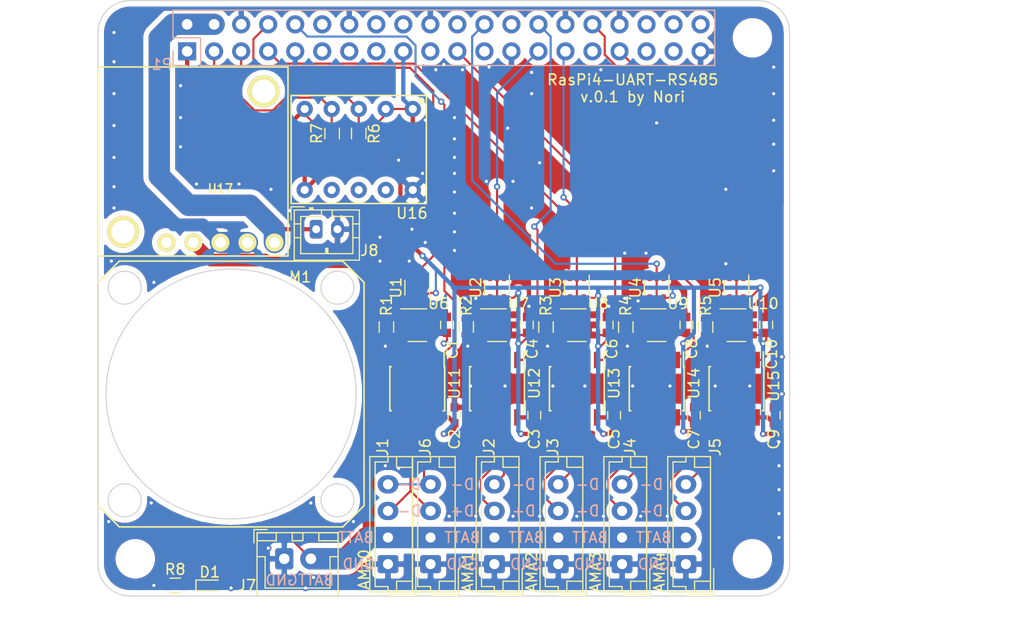
<source format=kicad_pcb>
(kicad_pcb (version 20171130) (host pcbnew "(5.1.8)-1")
  (title_block (date "15 nov 2012"))
  (layers (0 F.Cu signal) (31 B.Cu signal) (34 B.Paste user) (35 F.Paste user) (36 B.SilkS user) (37 F.SilkS user) (38 B.Mask user) (39 F.Mask user) (44 Edge.Cuts user))
  (net 0 "")
  (net 1 +3V3)
  (net 2 +5V)
  (net 3 GND)
  (net 4 /GPIO6)
  (net 5 /GPIO26)
  (net 6 "/GPIO17(GEN0)")
  (net 7 "/GPIO27(GEN2)")
  (net 8 "/GPIO22(GEN3)")
  (net 9 "/GPIO23(GEN4)")
  (net 10 "/GPIO24(GEN5)")
  (net 11 "/GPIO25(GEN6)")
  (net 12 /GPIO16)
  (net 13 +BATT)
  (net 14 "Net-(D1-Pad1)")
  (net 15 "Net-(J1-Pad4)")
  (net 16 "Net-(J1-Pad3)")
  (net 17 "Net-(J2-Pad4)")
  (net 18 "Net-(J2-Pad3)")
  (net 19 "Net-(J3-Pad4)")
  (net 20 "Net-(J3-Pad3)")
  (net 21 "Net-(J4-Pad4)")
  (net 22 "Net-(J4-Pad3)")
  (net 23 "Net-(J5-Pad4)")
  (net 24 "Net-(J5-Pad3)")
  (net 25 SDA)
  (net 26 SCL)
  (net 27 TXD3)
  (net 28 TXD1)
  (net 29 RXD1)
  (net 30 /GPIO18)
  (net 31 /GPIO10)
  (net 32 RXD4)
  (net 33 /GPIO11)
  (net 34 TXD4)
  (net 35 /GPIO7)
  (net 36 TXD2)
  (net 37 RXD2)
  (net 38 RXD3)
  (net 39 TXD5)
  (net 40 RXD5)
  (net 41 /GPIO19)
  (net 42 /GPIO20)
  (net 43 /GPIO21)
  (net 44 "Net-(R1-Pad1)")
  (net 45 "Net-(R2-Pad1)")
  (net 46 "Net-(R3-Pad1)")
  (net 47 "Net-(R4-Pad1)")
  (net 48 "Net-(R5-Pad1)")
  (net 49 "Net-(U1-Pad4)")
  (net 50 "Net-(U2-Pad4)")
  (net 51 "Net-(U3-Pad4)")
  (net 52 "Net-(U4-Pad4)")
  (net 53 "Net-(U10-Pad1)")
  (net 54 "Net-(U11-Pad2)")
  (net 55 "Net-(U12-Pad2)")
  (net 56 "Net-(U13-Pad2)")
  (net 57 "Net-(U14-Pad2)")
  (net 58 "Net-(U10-Pad6)")
  (net 59 "Net-(U16-Pad9)")
  (net 60 "Net-(U16-Pad8)")
  (net 61 "Net-(U16-Pad7)")
  (net 62 "Net-(U17-Pad1)")
  (module Housings_SOIC:SOIC-8_3.9x4.9mm_Pitch1.27mm (layer F.Cu) (at 260 130.5 270)
    (fp_text reference U15 (at -0.25 -3.5 90) (layer F.SilkS))
    (fp_text value ST1480ACDR)
    (pad 1 smd rect (at -2.7 -1.905 270) (size 1.55 0.6) (layers F.Cu F.Paste F.Mask) (net 40 RXD5))
    (pad 2 smd rect (at -2.7 -0.635 270) (size 1.55 0.6) (layers F.Cu F.Paste F.Mask) (net 58 "Net-(U10-Pad6)"))
    (pad 3 smd rect (at -2.7 0.635 270) (size 1.55 0.6) (layers F.Cu F.Paste F.Mask) (net 58 "Net-(U10-Pad6)"))
    (pad 4 smd rect (at -2.7 1.905 270) (size 1.55 0.6) (layers F.Cu F.Paste F.Mask) (net 39 TXD5))
    (pad 5 smd rect (at 2.7 1.905 270) (size 1.55 0.6) (layers F.Cu F.Paste F.Mask) (net 3 GND))
    (pad 6 smd rect (at 2.7 0.635 270) (size 1.55 0.6) (layers F.Cu F.Paste F.Mask) (net 24 "Net-(J5-Pad3)"))
    (pad 7 smd rect (at 2.7 -0.635 270) (size 1.55 0.6) (layers F.Cu F.Paste F.Mask) (net 23 "Net-(J5-Pad4)"))
    (pad 8 smd rect (at 2.7 -1.905 270) (size 1.55 0.6) (layers F.Cu F.Paste F.Mask) (net 1 +3V3))
  )
  (module Housings_SOIC:SOIC-8_3.9x4.9mm_Pitch1.27mm (layer F.Cu) (at 252.5 130.5 270)
    (fp_text reference U14 (at -0.5 -3.5 90) (layer F.SilkS))
    (fp_text value ST1480ACDR)
    (pad 1 smd rect (at -2.7 -1.905 270) (size 1.55 0.6) (layers F.Cu F.Paste F.Mask) (net 32 RXD4))
    (pad 2 smd rect (at -2.7 -0.635 270) (size 1.55 0.6) (layers F.Cu F.Paste F.Mask) (net 57 "Net-(U14-Pad2)"))
    (pad 3 smd rect (at -2.7 0.635 270) (size 1.55 0.6) (layers F.Cu F.Paste F.Mask) (net 57 "Net-(U14-Pad2)"))
    (pad 4 smd rect (at -2.7 1.905 270) (size 1.55 0.6) (layers F.Cu F.Paste F.Mask) (net 34 TXD4))
    (pad 5 smd rect (at 2.7 1.905 270) (size 1.55 0.6) (layers F.Cu F.Paste F.Mask) (net 3 GND))
    (pad 6 smd rect (at 2.7 0.635 270) (size 1.55 0.6) (layers F.Cu F.Paste F.Mask) (net 22 "Net-(J4-Pad3)"))
    (pad 7 smd rect (at 2.7 -0.635 270) (size 1.55 0.6) (layers F.Cu F.Paste F.Mask) (net 21 "Net-(J4-Pad4)"))
    (pad 8 smd rect (at 2.7 -1.905 270) (size 1.55 0.6) (layers F.Cu F.Paste F.Mask) (net 1 +3V3))
  )
  (module Housings_SOIC:SOIC-8_3.9x4.9mm_Pitch1.27mm (layer F.Cu) (at 245 130.5 270)
    (fp_text reference U13 (at -0.5 -3.5 90) (layer F.SilkS))
    (fp_text value ST1480ACDR)
    (pad 1 smd rect (at -2.7 -1.905 270) (size 1.55 0.6) (layers F.Cu F.Paste F.Mask) (net 38 RXD3))
    (pad 2 smd rect (at -2.7 -0.635 270) (size 1.55 0.6) (layers F.Cu F.Paste F.Mask) (net 56 "Net-(U13-Pad2)"))
    (pad 3 smd rect (at -2.7 0.635 270) (size 1.55 0.6) (layers F.Cu F.Paste F.Mask) (net 56 "Net-(U13-Pad2)"))
    (pad 4 smd rect (at -2.7 1.905 270) (size 1.55 0.6) (layers F.Cu F.Paste F.Mask) (net 27 TXD3))
    (pad 5 smd rect (at 2.7 1.905 270) (size 1.55 0.6) (layers F.Cu F.Paste F.Mask) (net 3 GND))
    (pad 6 smd rect (at 2.7 0.635 270) (size 1.55 0.6) (layers F.Cu F.Paste F.Mask) (net 20 "Net-(J3-Pad3)"))
    (pad 7 smd rect (at 2.7 -0.635 270) (size 1.55 0.6) (layers F.Cu F.Paste F.Mask) (net 19 "Net-(J3-Pad4)"))
    (pad 8 smd rect (at 2.7 -1.905 270) (size 1.55 0.6) (layers F.Cu F.Paste F.Mask) (net 1 +3V3))
  )
  (module Housings_SOIC:SOIC-8_3.9x4.9mm_Pitch1.27mm (layer F.Cu) (at 237.5 130.5 270)
    (fp_text reference U12 (at -0.5 -3.5 90) (layer F.SilkS))
    (fp_text value ST1480ACDR)
    (pad 1 smd rect (at -2.7 -1.905 270) (size 1.55 0.6) (layers F.Cu F.Paste F.Mask) (net 37 RXD2))
    (pad 2 smd rect (at -2.7 -0.635 270) (size 1.55 0.6) (layers F.Cu F.Paste F.Mask) (net 55 "Net-(U12-Pad2)"))
    (pad 3 smd rect (at -2.7 0.635 270) (size 1.55 0.6) (layers F.Cu F.Paste F.Mask) (net 55 "Net-(U12-Pad2)"))
    (pad 4 smd rect (at -2.7 1.905 270) (size 1.55 0.6) (layers F.Cu F.Paste F.Mask) (net 36 TXD2))
    (pad 5 smd rect (at 2.7 1.905 270) (size 1.55 0.6) (layers F.Cu F.Paste F.Mask) (net 3 GND))
    (pad 6 smd rect (at 2.7 0.635 270) (size 1.55 0.6) (layers F.Cu F.Paste F.Mask) (net 18 "Net-(J2-Pad3)"))
    (pad 7 smd rect (at 2.7 -0.635 270) (size 1.55 0.6) (layers F.Cu F.Paste F.Mask) (net 17 "Net-(J2-Pad4)"))
    (pad 8 smd rect (at 2.7 -1.905 270) (size 1.55 0.6) (layers F.Cu F.Paste F.Mask) (net 1 +3V3))
  )
  (module Housings_SOIC:SOIC-8_3.9x4.9mm_Pitch1.27mm (layer F.Cu) (at 230 130.5 270)
    (fp_text reference U11 (at -0.5 -3.5 90) (layer F.SilkS))
    (fp_text value ST1480ACDR)
    (pad 1 smd rect (at -2.7 -1.905 270) (size 1.55 0.6) (layers F.Cu F.Paste F.Mask) (net 29 RXD1))
    (pad 2 smd rect (at -2.7 -0.635 270) (size 1.55 0.6) (layers F.Cu F.Paste F.Mask) (net 54 "Net-(U11-Pad2)"))
    (pad 3 smd rect (at -2.7 0.635 270) (size 1.55 0.6) (layers F.Cu F.Paste F.Mask) (net 54 "Net-(U11-Pad2)"))
    (pad 4 smd rect (at -2.7 1.905 270) (size 1.55 0.6) (layers F.Cu F.Paste F.Mask) (net 28 TXD1))
    (pad 5 smd rect (at 2.7 1.905 270) (size 1.55 0.6) (layers F.Cu F.Paste F.Mask) (net 3 GND))
    (pad 6 smd rect (at 2.7 0.635 270) (size 1.55 0.6) (layers F.Cu F.Paste F.Mask) (net 16 "Net-(J1-Pad3)"))
    (pad 7 smd rect (at 2.7 -0.635 270) (size 1.55 0.6) (layers F.Cu F.Paste F.Mask) (net 15 "Net-(J1-Pad4)"))
    (pad 8 smd rect (at 2.7 -1.905 270) (size 1.55 0.6) (layers F.Cu F.Paste F.Mask) (net 1 +3V3))
  )
  (module MountingHole:MountingHole_2.7mm_M2.5 (layer F.Cu) (at 261.5 97.5 180)
    (fp_text reference MK2)
    (fp_text value M2.5)
    (pad 1 np_thru_hole circle (at 0 0 180) (size 2.7 2.7) (drill 2.7) (layers *.Cu *.Mask))
  )
  (module F251R-05LB:F251R-05LB (layer F.Cu) (at 212.5 131)
    (fp_text reference M1 (at 6.5 -11) (layer F.SilkS))
    (fp_text value Fan)
  )
  (module MPU-9250:MPU-9250 (layer F.Cu) (at 224.5 108 270)
    (fp_text reference U16 (at 6 -5 180) (layer F.SilkS))
    (fp_text value MPU-9250)
    (pad 10 thru_hole circle (at 3.81 -5.08 270) (size 1.524 1.524) (drill 0.762) (layers *.Cu *.Mask) (net 3 GND))
    (pad 9 thru_hole circle (at 3.81 -2.54 270) (size 1.524 1.524) (drill 0.762) (layers *.Cu *.Mask) (net 59 "Net-(U16-Pad9)"))
    (pad 8 thru_hole circle (at 3.81 0 270) (size 1.524 1.524) (drill 0.762) (layers *.Cu *.Mask) (net 60 "Net-(U16-Pad8)"))
    (pad 7 thru_hole circle (at 3.81 2.54 270) (size 1.524 1.524) (drill 0.762) (layers *.Cu *.Mask) (net 61 "Net-(U16-Pad7)"))
    (pad 6 thru_hole circle (at 3.81 5.08 270) (size 1.524 1.524) (drill 0.762) (layers *.Cu *.Mask) (net 1 +3V3))
    (pad 5 thru_hole circle (at -3.81 5.08 270) (size 1.524 1.524) (drill 0.762) (layers *.Cu *.Mask) (net 1 +3V3))
    (pad 4 thru_hole circle (at -3.81 2.54 270) (size 1.524 1.524) (drill 0.762) (layers *.Cu *.Mask) (net 25 SDA))
    (pad 3 thru_hole circle (at -3.81 0 270) (size 1.524 1.524) (drill 0.762) (layers *.Cu *.Mask) (net 26 SCL))
    (pad 2 thru_hole circle (at -3.81 -2.54 270) (size 1.524 1.524) (drill 0.762) (layers *.Cu *.Mask) (net 1 +3V3))
    (pad 1 thru_hole circle (at -3.81 -5.08 270) (size 1.524 1.524) (drill 0.762) (layers *.Cu *.Mask) (net 1 +3V3))
  )
  (module Connectors_JST:JST_PH_B2B-PH-K_1x02_P2.00mm_Vertical (layer F.Cu) (at 220.5 115.5)
    (fp_text reference J8 (at 5 2) (layer F.SilkS))
    (fp_text value B2B-PH)
    (pad 2 thru_hole oval (at 2 0) (size 1.2 1.75) (drill 0.75) (layers *.Cu *.Mask) (net 3 GND))
    (pad 1 thru_hole roundrect (at 0 0) (size 1.2 1.75) (drill 0.75) (layers *.Cu *.Mask) (roundrect_rratio 0.2083325) (net 2 +5V))
  )
  (module D24V50F5:D24V50F5 (layer F.Cu) (at 211.5 116.75)
    (fp_text reference U17 (at 0 -5.08) (layer F.SilkS) (effects (font (size 0.8 0.8))))
    (fp_text value D24V50F5 hide)
    (pad 1 thru_hole circle (at -5.08 0) (size 1.7 1.7) (drill 1) (layers *.Cu *.Mask F.SilkS) (net 62 "Net-(U17-Pad1)"))
    (pad 2 thru_hole circle (at -2.54 0) (size 1.7 1.7) (drill 1) (layers *.Cu *.Mask F.SilkS) (net 13 +BATT))
    (pad 3 thru_hole circle (at 0 0) (size 1.7 1.7) (drill 1) (layers *.Cu *.Mask F.SilkS) (net 3 GND))
    (pad 4 thru_hole circle (at 2.54 0) (size 1.7 1.7) (drill 1) (layers *.Cu *.Mask F.SilkS) (net 3 GND))
    (pad 5 thru_hole circle (at 5.08 0) (size 1.7 1.7) (drill 1) (layers *.Cu *.Mask F.SilkS) (net 2 +5V))
    (pad "" thru_hole circle (at -9.144 -1.016) (size 3 3) (drill 2.184) (layers *.Cu *.Mask F.SilkS))
    (pad "" thru_hole circle (at 4.064 -14.224) (size 3 3) (drill 2.184) (layers *.Cu *.Mask F.SilkS))
  )
  (module TO_SOT_Packages_SMD:TSOT-23-6 (layer F.Cu) (at 260 124.5)
    (fp_text reference U10 (at 2.5 -2) (layer F.SilkS))
    (fp_text value LTC6994xS6-1)
    (pad 1 smd rect (at -1.31 -0.95) (size 1.22 0.65) (layers F.Cu F.Paste F.Mask) (net 53 "Net-(U10-Pad1)"))
    (pad 2 smd rect (at -1.31 0) (size 1.22 0.65) (layers F.Cu F.Paste F.Mask) (net 3 GND))
    (pad 3 smd rect (at -1.31 0.95) (size 1.22 0.65) (layers F.Cu F.Paste F.Mask) (net 48 "Net-(R5-Pad1)"))
    (pad 4 smd rect (at 1.31 0.95) (size 1.22 0.65) (layers F.Cu F.Paste F.Mask) (net 1 +3V3))
    (pad 5 smd rect (at 1.31 0) (size 1.22 0.65) (layers F.Cu F.Paste F.Mask) (net 1 +3V3))
    (pad 6 smd rect (at 1.31 -0.95) (size 1.22 0.65) (layers F.Cu F.Paste F.Mask) (net 58 "Net-(U10-Pad6)"))
  )
  (module TO_SOT_Packages_SMD:TSOT-23-6 (layer F.Cu) (at 252.5 124.5)
    (fp_text reference U9 (at 2 -2) (layer F.SilkS))
    (fp_text value LTC6994xS6-1)
    (pad 1 smd rect (at -1.31 -0.95) (size 1.22 0.65) (layers F.Cu F.Paste F.Mask) (net 52 "Net-(U4-Pad4)"))
    (pad 2 smd rect (at -1.31 0) (size 1.22 0.65) (layers F.Cu F.Paste F.Mask) (net 3 GND))
    (pad 3 smd rect (at -1.31 0.95) (size 1.22 0.65) (layers F.Cu F.Paste F.Mask) (net 47 "Net-(R4-Pad1)"))
    (pad 4 smd rect (at 1.31 0.95) (size 1.22 0.65) (layers F.Cu F.Paste F.Mask) (net 1 +3V3))
    (pad 5 smd rect (at 1.31 0) (size 1.22 0.65) (layers F.Cu F.Paste F.Mask) (net 1 +3V3))
    (pad 6 smd rect (at 1.31 -0.95) (size 1.22 0.65) (layers F.Cu F.Paste F.Mask) (net 57 "Net-(U14-Pad2)"))
  )
  (module TO_SOT_Packages_SMD:TSOT-23-6 (layer F.Cu) (at 245 124.5)
    (fp_text reference U8 (at 2 -2) (layer F.SilkS))
    (fp_text value LTC6994xS6-1)
    (pad 1 smd rect (at -1.31 -0.95) (size 1.22 0.65) (layers F.Cu F.Paste F.Mask) (net 51 "Net-(U3-Pad4)"))
    (pad 2 smd rect (at -1.31 0) (size 1.22 0.65) (layers F.Cu F.Paste F.Mask) (net 3 GND))
    (pad 3 smd rect (at -1.31 0.95) (size 1.22 0.65) (layers F.Cu F.Paste F.Mask) (net 46 "Net-(R3-Pad1)"))
    (pad 4 smd rect (at 1.31 0.95) (size 1.22 0.65) (layers F.Cu F.Paste F.Mask) (net 1 +3V3))
    (pad 5 smd rect (at 1.31 0) (size 1.22 0.65) (layers F.Cu F.Paste F.Mask) (net 1 +3V3))
    (pad 6 smd rect (at 1.31 -0.95) (size 1.22 0.65) (layers F.Cu F.Paste F.Mask) (net 56 "Net-(U13-Pad2)"))
  )
  (module TO_SOT_Packages_SMD:TSOT-23-6 (layer F.Cu) (at 237.5 124.5)
    (fp_text reference U7 (at 2 -2) (layer F.SilkS))
    (fp_text value LTC6994xS6-1)
    (pad 1 smd rect (at -1.31 -0.95) (size 1.22 0.65) (layers F.Cu F.Paste F.Mask) (net 50 "Net-(U2-Pad4)"))
    (pad 2 smd rect (at -1.31 0) (size 1.22 0.65) (layers F.Cu F.Paste F.Mask) (net 3 GND))
    (pad 3 smd rect (at -1.31 0.95) (size 1.22 0.65) (layers F.Cu F.Paste F.Mask) (net 45 "Net-(R2-Pad1)"))
    (pad 4 smd rect (at 1.31 0.95) (size 1.22 0.65) (layers F.Cu F.Paste F.Mask) (net 1 +3V3))
    (pad 5 smd rect (at 1.31 0) (size 1.22 0.65) (layers F.Cu F.Paste F.Mask) (net 1 +3V3))
    (pad 6 smd rect (at 1.31 -0.95) (size 1.22 0.65) (layers F.Cu F.Paste F.Mask) (net 55 "Net-(U12-Pad2)"))
  )
  (module TO_SOT_Packages_SMD:TSOT-23-6 (layer F.Cu) (at 230 124.5)
    (fp_text reference U6 (at 2 -2) (layer F.SilkS))
    (fp_text value LTC6994xS6-1)
    (pad 1 smd rect (at -1.31 -0.95) (size 1.22 0.65) (layers F.Cu F.Paste F.Mask) (net 49 "Net-(U1-Pad4)"))
    (pad 2 smd rect (at -1.31 0) (size 1.22 0.65) (layers F.Cu F.Paste F.Mask) (net 3 GND))
    (pad 3 smd rect (at -1.31 0.95) (size 1.22 0.65) (layers F.Cu F.Paste F.Mask) (net 44 "Net-(R1-Pad1)"))
    (pad 4 smd rect (at 1.31 0.95) (size 1.22 0.65) (layers F.Cu F.Paste F.Mask) (net 1 +3V3))
    (pad 5 smd rect (at 1.31 0) (size 1.22 0.65) (layers F.Cu F.Paste F.Mask) (net 1 +3V3))
    (pad 6 smd rect (at 1.31 -0.95) (size 1.22 0.65) (layers F.Cu F.Paste F.Mask) (net 54 "Net-(U11-Pad2)"))
  )
  (module TO_SOT_Packages_SMD:SOT-353_SC-70-5 (layer F.Cu) (at 260 121 270)
    (fp_text reference U5 (at 0 2 90) (layer F.SilkS))
    (fp_text value 74LVC1G04)
    (pad 1 smd rect (at -0.95 -0.65 270) (size 0.65 0.4) (layers F.Cu F.Paste F.Mask))
    (pad 3 smd rect (at -0.95 0.65 270) (size 0.65 0.4) (layers F.Cu F.Paste F.Mask) (net 3 GND))
    (pad 2 smd rect (at -0.95 0 270) (size 0.65 0.4) (layers F.Cu F.Paste F.Mask) (net 39 TXD5))
    (pad 4 smd rect (at 0.95 0.65 270) (size 0.65 0.4) (layers F.Cu F.Paste F.Mask) (net 53 "Net-(U10-Pad1)"))
    (pad 5 smd rect (at 0.95 -0.65 270) (size 0.65 0.4) (layers F.Cu F.Paste F.Mask) (net 1 +3V3))
  )
  (module TO_SOT_Packages_SMD:SOT-353_SC-70-5 (layer F.Cu) (at 252.5 121 270)
    (fp_text reference U4 (at 0 2 90) (layer F.SilkS))
    (fp_text value 74LVC1G04)
    (pad 1 smd rect (at -0.95 -0.65 270) (size 0.65 0.4) (layers F.Cu F.Paste F.Mask))
    (pad 3 smd rect (at -0.95 0.65 270) (size 0.65 0.4) (layers F.Cu F.Paste F.Mask) (net 3 GND))
    (pad 2 smd rect (at -0.95 0 270) (size 0.65 0.4) (layers F.Cu F.Paste F.Mask) (net 34 TXD4))
    (pad 4 smd rect (at 0.95 0.65 270) (size 0.65 0.4) (layers F.Cu F.Paste F.Mask) (net 52 "Net-(U4-Pad4)"))
    (pad 5 smd rect (at 0.95 -0.65 270) (size 0.65 0.4) (layers F.Cu F.Paste F.Mask) (net 1 +3V3))
  )
  (module TO_SOT_Packages_SMD:SOT-353_SC-70-5 (layer F.Cu) (at 245 121 270)
    (fp_text reference U3 (at 0 2 90) (layer F.SilkS))
    (fp_text value 74LVC1G04)
    (pad 1 smd rect (at -0.95 -0.65 270) (size 0.65 0.4) (layers F.Cu F.Paste F.Mask))
    (pad 3 smd rect (at -0.95 0.65 270) (size 0.65 0.4) (layers F.Cu F.Paste F.Mask) (net 3 GND))
    (pad 2 smd rect (at -0.95 0 270) (size 0.65 0.4) (layers F.Cu F.Paste F.Mask) (net 27 TXD3))
    (pad 4 smd rect (at 0.95 0.65 270) (size 0.65 0.4) (layers F.Cu F.Paste F.Mask) (net 51 "Net-(U3-Pad4)"))
    (pad 5 smd rect (at 0.95 -0.65 270) (size 0.65 0.4) (layers F.Cu F.Paste F.Mask) (net 1 +3V3))
  )
  (module TO_SOT_Packages_SMD:SOT-353_SC-70-5 (layer F.Cu) (at 237.5 121 270)
    (fp_text reference U2 (at 0 2 90) (layer F.SilkS))
    (fp_text value 74LVC1G04)
    (pad 1 smd rect (at -0.95 -0.65 270) (size 0.65 0.4) (layers F.Cu F.Paste F.Mask))
    (pad 3 smd rect (at -0.95 0.65 270) (size 0.65 0.4) (layers F.Cu F.Paste F.Mask) (net 3 GND))
    (pad 2 smd rect (at -0.95 0 270) (size 0.65 0.4) (layers F.Cu F.Paste F.Mask) (net 36 TXD2))
    (pad 4 smd rect (at 0.95 0.65 270) (size 0.65 0.4) (layers F.Cu F.Paste F.Mask) (net 50 "Net-(U2-Pad4)"))
    (pad 5 smd rect (at 0.95 -0.65 270) (size 0.65 0.4) (layers F.Cu F.Paste F.Mask) (net 1 +3V3))
  )
  (module TO_SOT_Packages_SMD:SOT-353_SC-70-5 (layer F.Cu) (at 230 121 270)
    (fp_text reference U1 (at 0 2 90) (layer F.SilkS))
    (fp_text value 74LVC1G04)
    (pad 1 smd rect (at -0.95 -0.65 270) (size 0.65 0.4) (layers F.Cu F.Paste F.Mask))
    (pad 3 smd rect (at -0.95 0.65 270) (size 0.65 0.4) (layers F.Cu F.Paste F.Mask) (net 3 GND))
    (pad 2 smd rect (at -0.95 0 270) (size 0.65 0.4) (layers F.Cu F.Paste F.Mask) (net 28 TXD1))
    (pad 4 smd rect (at 0.95 0.65 270) (size 0.65 0.4) (layers F.Cu F.Paste F.Mask) (net 49 "Net-(U1-Pad4)"))
    (pad 5 smd rect (at 0.95 -0.65 270) (size 0.65 0.4) (layers F.Cu F.Paste F.Mask) (net 1 +3V3))
  )
  (module Resistors_SMD:R_0603 (layer F.Cu) (at 207.25 149 180)
    (fp_text reference R8 (at 0 1.5) (layer F.SilkS))
    (fp_text value 10k)
    (pad 1 smd rect (at -0.75 0 180) (size 0.5 0.9) (layers F.Cu F.Paste F.Mask) (net 14 "Net-(D1-Pad1)"))
    (pad 2 smd rect (at 0.75 0 180) (size 0.5 0.9) (layers F.Cu F.Paste F.Mask) (net 3 GND))
  )
  (module Resistors_SMD:R_0603 (layer F.Cu) (at 222 106.5 90)
    (fp_text reference R7 (at 0 -1.45 90) (layer F.SilkS))
    (fp_text value 10k)
    (pad 1 smd rect (at -0.75 0 90) (size 0.5 0.9) (layers F.Cu F.Paste F.Mask) (net 1 +3V3))
    (pad 2 smd rect (at 0.75 0 90) (size 0.5 0.9) (layers F.Cu F.Paste F.Mask) (net 25 SDA))
  )
  (module Resistors_SMD:R_0603 (layer F.Cu) (at 224.5 106.5 270)
    (fp_text reference R6 (at 0 -1.45 90) (layer F.SilkS))
    (fp_text value 10k)
    (pad 1 smd rect (at -0.75 0 270) (size 0.5 0.9) (layers F.Cu F.Paste F.Mask) (net 26 SCL))
    (pad 2 smd rect (at 0.75 0 270) (size 0.5 0.9) (layers F.Cu F.Paste F.Mask) (net 1 +3V3))
  )
  (module Resistors_SMD:R_0603 (layer F.Cu) (at 257.1 124.7 90)
    (fp_text reference R5 (at 2 0 90) (layer F.SilkS))
    (fp_text value 470k)
    (pad 1 smd rect (at -0.75 0 90) (size 0.5 0.9) (layers F.Cu F.Paste F.Mask) (net 48 "Net-(R5-Pad1)"))
    (pad 2 smd rect (at 0.75 0 90) (size 0.5 0.9) (layers F.Cu F.Paste F.Mask) (net 3 GND))
  )
  (module Resistors_SMD:R_0603 (layer F.Cu) (at 249.6 124.7 90)
    (fp_text reference R4 (at 2 0 90) (layer F.SilkS))
    (fp_text value 470k)
    (pad 1 smd rect (at -0.75 0 90) (size 0.5 0.9) (layers F.Cu F.Paste F.Mask) (net 47 "Net-(R4-Pad1)"))
    (pad 2 smd rect (at 0.75 0 90) (size 0.5 0.9) (layers F.Cu F.Paste F.Mask) (net 3 GND))
  )
  (module Resistors_SMD:R_0603 (layer F.Cu) (at 242.1 124.7 90)
    (fp_text reference R3 (at 2 0 90) (layer F.SilkS))
    (fp_text value 470k)
    (pad 1 smd rect (at -0.75 0 90) (size 0.5 0.9) (layers F.Cu F.Paste F.Mask) (net 46 "Net-(R3-Pad1)"))
    (pad 2 smd rect (at 0.75 0 90) (size 0.5 0.9) (layers F.Cu F.Paste F.Mask) (net 3 GND))
  )
  (module Resistors_SMD:R_0603 (layer F.Cu) (at 234.6 124.7 90)
    (fp_text reference R2 (at 2 0 90) (layer F.SilkS))
    (fp_text value 470k)
    (pad 1 smd rect (at -0.75 0 90) (size 0.5 0.9) (layers F.Cu F.Paste F.Mask) (net 45 "Net-(R2-Pad1)"))
    (pad 2 smd rect (at 0.75 0 90) (size 0.5 0.9) (layers F.Cu F.Paste F.Mask) (net 3 GND))
  )
  (module Resistors_SMD:R_0603 (layer F.Cu) (at 227.1 124.7 90)
    (fp_text reference R1 (at 2 0 90) (layer F.SilkS))
    (fp_text value 470k)
    (pad 1 smd rect (at -0.75 0 90) (size 0.5 0.9) (layers F.Cu F.Paste F.Mask) (net 44 "Net-(R1-Pad1)"))
    (pad 2 smd rect (at 0.75 0 90) (size 0.5 0.9) (layers F.Cu F.Paste F.Mask) (net 3 GND))
  )
  (module Connectors_JST:JST_EH_B4B-EH-A_1x04_P2.50mm_Vertical (layer F.Cu) (at 231.25 147 90)
    (fp_text reference J6 (at 11 -0.5 90) (layer F.SilkS))
    (fp_text value B4B-EH)
    (pad 4 thru_hole oval (at 7.5 0 90) (size 1.7 1.95) (drill 0.95) (layers *.Cu *.Mask) (net 15 "Net-(J1-Pad4)"))
    (pad 3 thru_hole oval (at 5 0 90) (size 1.7 1.95) (drill 0.95) (layers *.Cu *.Mask) (net 16 "Net-(J1-Pad3)"))
    (pad 2 thru_hole oval (at 2.5 0 90) (size 1.7 1.95) (drill 0.95) (layers *.Cu *.Mask) (net 13 +BATT))
    (pad 1 thru_hole roundrect (at 0 0 90) (size 1.7 1.95) (drill 0.95) (layers *.Cu *.Mask) (roundrect_rratio 0.1470588235294118) (net 3 GND))
  )
  (module Connectors_JST:JST_EH_B4B-EH-A_1x04_P2.50mm_Vertical (layer F.Cu) (at 255.25 147 90)
    (fp_text reference J5 (at 11 2.75 90) (layer F.SilkS))
    (fp_text value B4B-EH)
    (pad 4 thru_hole oval (at 7.5 0 90) (size 1.7 1.95) (drill 0.95) (layers *.Cu *.Mask) (net 23 "Net-(J5-Pad4)"))
    (pad 3 thru_hole oval (at 5 0 90) (size 1.7 1.95) (drill 0.95) (layers *.Cu *.Mask) (net 24 "Net-(J5-Pad3)"))
    (pad 2 thru_hole oval (at 2.5 0 90) (size 1.7 1.95) (drill 0.95) (layers *.Cu *.Mask) (net 13 +BATT))
    (pad 1 thru_hole roundrect (at 0 0 90) (size 1.7 1.95) (drill 0.95) (layers *.Cu *.Mask) (roundrect_rratio 0.1470588235294118) (net 3 GND))
  )
  (module Connectors_JST:JST_EH_B4B-EH-A_1x04_P2.50mm_Vertical (layer F.Cu) (at 249.25 147 90)
    (fp_text reference J4 (at 11 0.75 90) (layer F.SilkS))
    (fp_text value B4B-EH)
    (pad 4 thru_hole oval (at 7.5 0 90) (size 1.7 1.95) (drill 0.95) (layers *.Cu *.Mask) (net 21 "Net-(J4-Pad4)"))
    (pad 3 thru_hole oval (at 5 0 90) (size 1.7 1.95) (drill 0.95) (layers *.Cu *.Mask) (net 22 "Net-(J4-Pad3)"))
    (pad 2 thru_hole oval (at 2.5 0 90) (size 1.7 1.95) (drill 0.95) (layers *.Cu *.Mask) (net 13 +BATT))
    (pad 1 thru_hole roundrect (at 0 0 90) (size 1.7 1.95) (drill 0.95) (layers *.Cu *.Mask) (roundrect_rratio 0.1470588235294118) (net 3 GND))
  )
  (module Connectors_JST:JST_EH_B4B-EH-A_1x04_P2.50mm_Vertical (layer F.Cu) (at 243.25 147 90)
    (fp_text reference J3 (at 11 -0.5 90) (layer F.SilkS))
    (fp_text value B4B-EH)
    (pad 4 thru_hole oval (at 7.5 0 90) (size 1.7 1.95) (drill 0.95) (layers *.Cu *.Mask) (net 19 "Net-(J3-Pad4)"))
    (pad 3 thru_hole oval (at 5 0 90) (size 1.7 1.95) (drill 0.95) (layers *.Cu *.Mask) (net 20 "Net-(J3-Pad3)"))
    (pad 2 thru_hole oval (at 2.5 0 90) (size 1.7 1.95) (drill 0.95) (layers *.Cu *.Mask) (net 13 +BATT))
    (pad 1 thru_hole roundrect (at 0 0 90) (size 1.7 1.95) (drill 0.95) (layers *.Cu *.Mask) (roundrect_rratio 0.1470588235294118) (net 3 GND))
  )
  (module Connectors_JST:JST_EH_B4B-EH-A_1x04_P2.50mm_Vertical (layer F.Cu) (at 237.25 147 90)
    (fp_text reference J2 (at 11 -0.5 90) (layer F.SilkS))
    (fp_text value B4B-EH)
    (pad 4 thru_hole oval (at 7.5 0 90) (size 1.7 1.95) (drill 0.95) (layers *.Cu *.Mask) (net 17 "Net-(J2-Pad4)"))
    (pad 3 thru_hole oval (at 5 0 90) (size 1.7 1.95) (drill 0.95) (layers *.Cu *.Mask) (net 18 "Net-(J2-Pad3)"))
    (pad 2 thru_hole oval (at 2.5 0 90) (size 1.7 1.95) (drill 0.95) (layers *.Cu *.Mask) (net 13 +BATT))
    (pad 1 thru_hole roundrect (at 0 0 90) (size 1.7 1.95) (drill 0.95) (layers *.Cu *.Mask) (roundrect_rratio 0.1470588235294118) (net 3 GND))
  )
  (module Connectors_JST:JST_EH_B4B-EH-A_1x04_P2.50mm_Vertical (layer F.Cu) (at 227.25 147 90)
    (fp_text reference J1 (at 11 -0.5 90) (layer F.SilkS))
    (fp_text value B4B-EH)
    (pad 4 thru_hole oval (at 7.5 0 90) (size 1.7 1.95) (drill 0.95) (layers *.Cu *.Mask) (net 15 "Net-(J1-Pad4)"))
    (pad 3 thru_hole oval (at 5 0 90) (size 1.7 1.95) (drill 0.95) (layers *.Cu *.Mask) (net 16 "Net-(J1-Pad3)"))
    (pad 2 thru_hole oval (at 2.5 0 90) (size 1.7 1.95) (drill 0.95) (layers *.Cu *.Mask) (net 13 +BATT))
    (pad 1 thru_hole roundrect (at 0 0 90) (size 1.7 1.95) (drill 0.95) (layers *.Cu *.Mask) (roundrect_rratio 0.1470588235294118) (net 3 GND))
  )
  (module LEDs:LED_0603 (layer F.Cu) (at 210.5 149)
    (fp_text reference D1 (at 0 -1.25) (layer F.SilkS))
    (fp_text value LED)
    (pad 2 smd rect (at 0.8 0 180) (size 0.8 0.8) (layers F.Cu F.Paste F.Mask) (net 13 +BATT))
    (pad 1 smd rect (at -0.8 0 180) (size 0.8 0.8) (layers F.Cu F.Paste F.Mask) (net 14 "Net-(D1-Pad1)"))
  )
  (module Capacitors_SMD:C_0603 (layer F.Cu) (at 262.8 124.5 90)
    (fp_text reference C10 (at -2.75 0.5 90) (layer F.SilkS))
    (fp_text value 0.1u)
    (pad 2 smd rect (at 0.75 0 90) (size 0.8 0.75) (layers F.Cu F.Paste F.Mask) (net 3 GND))
    (pad 1 smd rect (at -0.75 0 90) (size 0.8 0.75) (layers F.Cu F.Paste F.Mask) (net 1 +3V3))
  )
  (module Capacitors_SMD:C_0603 (layer F.Cu) (at 263.5 133 90)
    (fp_text reference C9 (at -2.25 0 90) (layer F.SilkS))
    (fp_text value 0.1u)
    (pad 2 smd rect (at 0.75 0 90) (size 0.8 0.75) (layers F.Cu F.Paste F.Mask) (net 3 GND))
    (pad 1 smd rect (at -0.75 0 90) (size 0.8 0.75) (layers F.Cu F.Paste F.Mask) (net 1 +3V3))
  )
  (module Capacitors_SMD:C_0603 (layer F.Cu) (at 255.3 124.5 90)
    (fp_text reference C8 (at -2.25 0.5 90) (layer F.SilkS))
    (fp_text value 0.1u)
    (pad 2 smd rect (at 0.75 0 90) (size 0.8 0.75) (layers F.Cu F.Paste F.Mask) (net 3 GND))
    (pad 1 smd rect (at -0.75 0 90) (size 0.8 0.75) (layers F.Cu F.Paste F.Mask) (net 1 +3V3))
  )
  (module Capacitors_SMD:C_0603 (layer F.Cu) (at 256 133 90)
    (fp_text reference C7 (at -2.25 0 90) (layer F.SilkS))
    (fp_text value 0.1u)
    (pad 2 smd rect (at 0.75 0 90) (size 0.8 0.75) (layers F.Cu F.Paste F.Mask) (net 3 GND))
    (pad 1 smd rect (at -0.75 0 90) (size 0.8 0.75) (layers F.Cu F.Paste F.Mask) (net 1 +3V3))
  )
  (module Capacitors_SMD:C_0603 (layer F.Cu) (at 247.8 124.5 90)
    (fp_text reference C6 (at -2.25 0.5 90) (layer F.SilkS))
    (fp_text value 0.1u)
    (pad 2 smd rect (at 0.75 0 90) (size 0.8 0.75) (layers F.Cu F.Paste F.Mask) (net 3 GND))
    (pad 1 smd rect (at -0.75 0 90) (size 0.8 0.75) (layers F.Cu F.Paste F.Mask) (net 1 +3V3))
  )
  (module Capacitors_SMD:C_0603 (layer F.Cu) (at 248.5 133 90)
    (fp_text reference C5 (at -2.25 0 90) (layer F.SilkS))
    (fp_text value 0.1u)
    (pad 2 smd rect (at 0.75 0 90) (size 0.8 0.75) (layers F.Cu F.Paste F.Mask) (net 3 GND))
    (pad 1 smd rect (at -0.75 0 90) (size 0.8 0.75) (layers F.Cu F.Paste F.Mask) (net 1 +3V3))
  )
  (module Capacitors_SMD:C_0603 (layer F.Cu) (at 240.3 124.5 90)
    (fp_text reference C4 (at -2.25 0.5 90) (layer F.SilkS))
    (fp_text value 0.1u)
    (pad 2 smd rect (at 0.75 0 90) (size 0.8 0.75) (layers F.Cu F.Paste F.Mask) (net 3 GND))
    (pad 1 smd rect (at -0.75 0 90) (size 0.8 0.75) (layers F.Cu F.Paste F.Mask) (net 1 +3V3))
  )
  (module Capacitors_SMD:C_0603 (layer F.Cu) (at 241 133 90)
    (fp_text reference C3 (at -2.25 0 90) (layer F.SilkS))
    (fp_text value 0.1u)
    (pad 2 smd rect (at 0.75 0 90) (size 0.8 0.75) (layers F.Cu F.Paste F.Mask) (net 3 GND))
    (pad 1 smd rect (at -0.75 0 90) (size 0.8 0.75) (layers F.Cu F.Paste F.Mask) (net 1 +3V3))
  )
  (module Capacitors_SMD:C_0603 (layer F.Cu) (at 233.5 133 90)
    (fp_text reference C2 (at -2.25 0 90) (layer F.SilkS))
    (fp_text value 0.1u)
    (pad 2 smd rect (at 0.75 0 90) (size 0.8 0.75) (layers F.Cu F.Paste F.Mask) (net 3 GND))
    (pad 1 smd rect (at -0.75 0 90) (size 0.8 0.75) (layers F.Cu F.Paste F.Mask) (net 1 +3V3))
  )
  (module Capacitors_SMD:C_0603 (layer F.Cu) (at 232.8 124.5 90)
    (fp_text reference C1 (at -2.25 0.5 90) (layer F.SilkS))
    (fp_text value 0.1u)
    (pad 2 smd rect (at 0.75 0 90) (size 0.8 0.75) (layers F.Cu F.Paste F.Mask) (net 3 GND))
    (pad 1 smd rect (at -0.75 0 90) (size 0.8 0.75) (layers F.Cu F.Paste F.Mask) (net 1 +3V3))
  )
  (module Connector_PinSocket_2.54mm:PinSocket_2x20_P2.54mm_Vertical (layer B.Cu) (at 208.37 98.77 270)
    (fp_text reference P1 (at 1.23 2.37) (layer B.SilkS) (effects (justify mirror)))
    (fp_text value Conn_02x20)
    (pad 1 thru_hole rect (at 0 0 270) (size 1.7 1.7) (drill 1) (layers *.Cu *.Mask) (net 1 +3V3))
    (pad 2 thru_hole oval (at -2.54 0 270) (size 1.7 1.7) (drill 1) (layers *.Cu *.Mask) (net 2 +5V))
    (pad 3 thru_hole oval (at 0 -2.54 270) (size 1.7 1.7) (drill 1) (layers *.Cu *.Mask) (net 25 SDA))
    (pad 4 thru_hole oval (at -2.54 -2.54 270) (size 1.7 1.7) (drill 1) (layers *.Cu *.Mask) (net 2 +5V))
    (pad 5 thru_hole oval (at 0 -5.08 270) (size 1.7 1.7) (drill 1) (layers *.Cu *.Mask) (net 26 SCL))
    (pad 6 thru_hole oval (at -2.54 -5.08 270) (size 1.7 1.7) (drill 1) (layers *.Cu *.Mask) (net 3 GND))
    (pad 7 thru_hole oval (at 0 -7.62 270) (size 1.7 1.7) (drill 1) (layers *.Cu *.Mask) (net 27 TXD3))
    (pad 8 thru_hole oval (at -2.54 -7.62 270) (size 1.7 1.7) (drill 1) (layers *.Cu *.Mask) (net 28 TXD1))
    (pad 9 thru_hole oval (at 0 -10.16 270) (size 1.7 1.7) (drill 1) (layers *.Cu *.Mask) (net 3 GND))
    (pad 10 thru_hole oval (at -2.54 -10.16 270) (size 1.7 1.7) (drill 1) (layers *.Cu *.Mask) (net 29 RXD1))
    (pad 11 thru_hole oval (at 0 -12.7 270) (size 1.7 1.7) (drill 1) (layers *.Cu *.Mask) (net 6 "/GPIO17(GEN0)"))
    (pad 12 thru_hole oval (at -2.54 -12.7 270) (size 1.7 1.7) (drill 1) (layers *.Cu *.Mask) (net 30 /GPIO18))
    (pad 13 thru_hole oval (at 0 -15.24 270) (size 1.7 1.7) (drill 1) (layers *.Cu *.Mask) (net 7 "/GPIO27(GEN2)"))
    (pad 14 thru_hole oval (at -2.54 -15.24 270) (size 1.7 1.7) (drill 1) (layers *.Cu *.Mask) (net 3 GND))
    (pad 15 thru_hole oval (at 0 -17.78 270) (size 1.7 1.7) (drill 1) (layers *.Cu *.Mask) (net 8 "/GPIO22(GEN3)"))
    (pad 16 thru_hole oval (at -2.54 -17.78 270) (size 1.7 1.7) (drill 1) (layers *.Cu *.Mask) (net 9 "/GPIO23(GEN4)"))
    (pad 17 thru_hole oval (at 0 -20.32 270) (size 1.7 1.7) (drill 1) (layers *.Cu *.Mask) (net 1 +3V3))
    (pad 18 thru_hole oval (at -2.54 -20.32 270) (size 1.7 1.7) (drill 1) (layers *.Cu *.Mask) (net 10 "/GPIO24(GEN5)"))
    (pad 19 thru_hole oval (at 0 -22.86 270) (size 1.7 1.7) (drill 1) (layers *.Cu *.Mask) (net 31 /GPIO10))
    (pad 20 thru_hole oval (at -2.54 -22.86 270) (size 1.7 1.7) (drill 1) (layers *.Cu *.Mask) (net 3 GND))
    (pad 21 thru_hole oval (at 0 -25.4 270) (size 1.7 1.7) (drill 1) (layers *.Cu *.Mask) (net 32 RXD4))
    (pad 22 thru_hole oval (at -2.54 -25.4 270) (size 1.7 1.7) (drill 1) (layers *.Cu *.Mask) (net 11 "/GPIO25(GEN6)"))
    (pad 23 thru_hole oval (at 0 -27.94 270) (size 1.7 1.7) (drill 1) (layers *.Cu *.Mask) (net 33 /GPIO11))
    (pad 24 thru_hole oval (at -2.54 -27.94 270) (size 1.7 1.7) (drill 1) (layers *.Cu *.Mask) (net 34 TXD4))
    (pad 25 thru_hole oval (at 0 -30.48 270) (size 1.7 1.7) (drill 1) (layers *.Cu *.Mask) (net 3 GND))
    (pad 26 thru_hole oval (at -2.54 -30.48 270) (size 1.7 1.7) (drill 1) (layers *.Cu *.Mask) (net 35 /GPIO7))
    (pad 27 thru_hole oval (at 0 -33.02 270) (size 1.7 1.7) (drill 1) (layers *.Cu *.Mask) (net 36 TXD2))
    (pad 28 thru_hole oval (at -2.54 -33.02 270) (size 1.7 1.7) (drill 1) (layers *.Cu *.Mask) (net 37 RXD2))
    (pad 29 thru_hole oval (at 0 -35.56 270) (size 1.7 1.7) (drill 1) (layers *.Cu *.Mask) (net 38 RXD3))
    (pad 30 thru_hole oval (at -2.54 -35.56 270) (size 1.7 1.7) (drill 1) (layers *.Cu *.Mask) (net 3 GND))
    (pad 31 thru_hole oval (at 0 -38.1 270) (size 1.7 1.7) (drill 1) (layers *.Cu *.Mask) (net 4 /GPIO6))
    (pad 32 thru_hole oval (at -2.54 -38.1 270) (size 1.7 1.7) (drill 1) (layers *.Cu *.Mask) (net 39 TXD5))
    (pad 33 thru_hole oval (at 0 -40.64 270) (size 1.7 1.7) (drill 1) (layers *.Cu *.Mask) (net 40 RXD5))
    (pad 34 thru_hole oval (at -2.54 -40.64 270) (size 1.7 1.7) (drill 1) (layers *.Cu *.Mask) (net 3 GND))
    (pad 35 thru_hole oval (at 0 -43.18 270) (size 1.7 1.7) (drill 1) (layers *.Cu *.Mask) (net 41 /GPIO19))
    (pad 36 thru_hole oval (at -2.54 -43.18 270) (size 1.7 1.7) (drill 1) (layers *.Cu *.Mask) (net 12 /GPIO16))
    (pad 37 thru_hole oval (at 0 -45.72 270) (size 1.7 1.7) (drill 1) (layers *.Cu *.Mask) (net 5 /GPIO26))
    (pad 38 thru_hole oval (at -2.54 -45.72 270) (size 1.7 1.7) (drill 1) (layers *.Cu *.Mask) (net 42 /GPIO20))
    (pad 39 thru_hole oval (at 0 -48.26 270) (size 1.7 1.7) (drill 1) (layers *.Cu *.Mask) (net 3 GND))
    (pad 40 thru_hole oval (at -2.54 -48.26 270) (size 1.7 1.7) (drill 1) (layers *.Cu *.Mask) (net 43 /GPIO21))
  )
  (module MountingHole:MountingHole_2.7mm_M2.5 (layer F.Cu) (at 261.5 146.5)
    (fp_text reference MK4)
    (fp_text value M2.5)
    (pad 1 np_thru_hole circle (at 0 0) (size 2.7 2.7) (drill 2.7) (layers *.Cu *.Mask))
  )
  (module MountingHole:MountingHole_2.7mm_M2.5 (layer F.Cu) (at 203.5 146.5)
    (fp_text reference MK3)
    (fp_text value M2.5)
    (pad 1 np_thru_hole circle (at 0 0) (size 2.7 2.7) (drill 2.7) (layers *.Cu *.Mask))
  )
  (module Connectors_JST:JST_XH_B2B-XH-A_1x02_P2.50mm_Vertical (layer F.Cu) (at 217.5 146.5)
    (fp_text reference J7 (at -3.5 2.5) (layer F.SilkS))
    (fp_text value B2B-XH)
    (pad 1 thru_hole roundrect (at 0 0) (size 1.7 2) (drill 1) (layers *.Cu *.Mask) (roundrect_rratio 0.1470588235294118) (net 3 GND))
    (pad 2 thru_hole oval (at 2.5 0) (size 1.7 2) (drill 1) (layers *.Cu *.Mask) (net 13 +BATT))
  )
  (gr_text "RasPi4-UART-RS485\nv.0.1 by Nori" (at 250.25 102.25) (layer F.SilkS) (effects (font (size 1 1))))
  (gr_text D- (at 229.25 142) (layer B.SilkS) (effects (font (size 1 1)) (justify mirror)))
  (gr_text D- (at 229.25 139.5) (layer B.SilkS) (effects (font (size 1 1)) (justify mirror)))
  (gr_text D- (at 234.25 139.5) (layer B.SilkS) (effects (font (size 1 1)) (justify mirror)))
  (gr_text D- (at 240 139.5) (layer B.SilkS) (effects (font (size 1 1)) (justify mirror)))
  (gr_text D- (at 246 139.5) (layer B.SilkS) (effects (font (size 1 1)) (justify mirror)))
  (gr_text D- (at 252 139.5) (layer B.SilkS) (effects (font (size 1 1)) (justify mirror)))
  (gr_text D+ (at 252 142) (layer B.SilkS) (effects (font (size 1 1)) (justify mirror)))
  (gr_text D+ (at 246 142) (layer B.SilkS) (effects (font (size 1 1)) (justify mirror)))
  (gr_text D+ (at 240 142) (layer B.SilkS) (effects (font (size 1 1)) (justify mirror)))
  (gr_text D+ (at 234.25 142) (layer B.SilkS) (effects (font (size 1 1)) (justify mirror)))
  (gr_text GND (at 217.25 148.5) (layer B.SilkS) (effects (font (size 1 1)) (justify mirror)))
  (gr_text BATT (at 220.5 148.5) (layer B.SilkS) (effects (font (size 1 1)) (justify mirror)))
  (gr_text BATT (at 224.25 144.5) (layer B.SilkS) (effects (font (size 1 1)) (justify mirror)))
  (gr_text BATT (at 234.25 144.5) (layer B.SilkS) (effects (font (size 1 1)) (justify mirror)))
  (gr_text BATT (at 240.25 144.5) (layer B.SilkS) (effects (font (size 1 1)) (justify mirror)))
  (gr_text BATT (at 246.25 144.5) (layer B.SilkS) (effects (font (size 1 1)) (justify mirror)))
  (gr_text BATT (at 252.25 144.5) (layer B.SilkS) (effects (font (size 1 1)) (justify mirror)))
  (gr_text GND (at 224.5 147) (layer B.SilkS) (effects (font (size 1 1)) (justify mirror)))
  (gr_text GND (at 234.25 147) (layer B.SilkS) (effects (font (size 1 1)) (justify mirror)))
  (gr_text GND (at 240.25 147) (layer B.SilkS) (effects (font (size 1 1)) (justify mirror)))
  (gr_text GND (at 246.25 147) (layer B.SilkS) (effects (font (size 1 1)) (justify mirror)))
  (gr_text GND (at 252.25 147) (layer B.SilkS) (effects (font (size 1 1)) (justify mirror)))
  (gr_text AMA0 (at 225 147.5 90) (layer F.SilkS) (effects (font (size 1 1))))
  (gr_text AMA1 (at 234.75 147.75 90) (layer F.SilkS) (effects (font (size 1 1))))
  (gr_text AMA2 (at 240.75 147.75 90) (layer F.SilkS) (effects (font (size 1 1))))
  (gr_text AMA3 (at 246.75 147.75 90) (layer F.SilkS) (effects (font (size 1 1))))
  (gr_text AMA4 (at 252.75 147.75 90) (layer F.SilkS) (effects (font (size 1 1))))
  (gr_line (start 202 118.5) (end 200 120.5) (layer F.SilkS) (width 0.15))
  (gr_line (start 223 118.5) (end 225 120.5) (layer F.SilkS) (width 0.15))
  (gr_line (start 223 143.5) (end 225 141.5) (layer F.SilkS) (width 0.15))
  (gr_line (start 202 143.5) (end 200 141.5) (layer F.SilkS) (width 0.15))
  (gr_line (start 225 120.5) (end 225 141.5) (layer F.SilkS) (width 0.15))
  (gr_line (start 202 118.5) (end 223 118.5) (layer F.SilkS) (width 0.15))
  (gr_line (start 200 141.5) (end 200 120.5) (layer F.SilkS) (width 0.15))
  (gr_line (start 202 143.5) (end 223 143.5) (layer F.SilkS) (width 0.15))
  (gr_circle (center 222.5 141) (end 224.05 141) (layer Edge.Cuts) (width 0.1))
  (gr_circle (center 222.5 121) (end 224.05 121) (layer Edge.Cuts) (width 0.1))
  (gr_circle (center 202.5 141) (end 204.05 141) (layer Edge.Cuts) (width 0.1))
  (gr_circle (center 202.5 121) (end 204.05 121) (layer Edge.Cuts) (width 0.1))
  (gr_circle (center 212.5 131) (end 224.25 131) (layer Edge.Cuts) (width 0.1))
  (gr_line (start 200 97) (end 200 147) (layer Edge.Cuts) (width 0.1))
  (gr_arc (start 262 97) (end 262 94) (angle 90) (layer Edge.Cuts) (width 0.1))
  (gr_arc (start 262 147) (end 265 147) (angle 90) (layer Edge.Cuts) (width 0.1))
  (gr_arc (start 203 147) (end 203 150) (angle 90) (layer Edge.Cuts) (width 0.1))
  (gr_arc (start 203 97) (end 200 97) (angle 90) (layer Edge.Cuts) (width 0.1))
  (gr_line (start 262 94) (end 203 94) (layer Edge.Cuts) (width 0.1))
  (gr_line (start 265 147) (end 265 97) (layer Edge.Cuts) (width 0.1))
  (gr_line (start 203 150) (end 262 150) (layer Edge.Cuts) (width 0.1))
  (segment (start 261.31 124.5) (end 261.31 125.45) (width 0.2) (layer F.Cu) (net 1))
  (segment (start 262.6 125.45) (end 262.8 125.25) (width 0.2) (layer F.Cu) (net 1))
  (segment (start 261.31 125.45) (end 262.6 125.45) (width 0.2) (layer F.Cu) (net 1))
  (segment (start 262.95 133.2) (end 263.5 133.75) (width 0.4) (layer F.Cu) (net 1))
  (segment (start 261.905 133.2) (end 262.95 133.2) (width 0.4) (layer F.Cu) (net 1))
  (segment (start 253.81 124.5) (end 253.81 125.45) (width 0.2) (layer F.Cu) (net 1))
  (segment (start 255.1 125.45) (end 255.3 125.25) (width 0.2) (layer F.Cu) (net 1))
  (segment (start 253.81 125.45) (end 255.1 125.45) (width 0.2) (layer F.Cu) (net 1))
  (segment (start 246.31 124.5) (end 246.31 125.45) (width 0.2) (layer F.Cu) (net 1))
  (segment (start 247.6 125.45) (end 247.8 125.25) (width 0.2) (layer F.Cu) (net 1))
  (segment (start 246.31 125.45) (end 247.6 125.45) (width 0.2) (layer F.Cu) (net 1))
  (segment (start 219.42 104.67) (end 222 107.25) (width 0.2) (layer F.Cu) (net 1))
  (segment (start 219.42 104.19) (end 219.42 104.67) (width 0.2) (layer F.Cu) (net 1))
  (segment (start 227.04 104.71) (end 227.04 104.19) (width 0.2) (layer F.Cu) (net 1))
  (segment (start 224.5 107.25) (end 227.04 104.71) (width 0.2) (layer F.Cu) (net 1))
  (segment (start 222 107.25) (end 224.5 107.25) (width 0.2) (layer F.Cu) (net 1))
  (segment (start 227.04 104.19) (end 229.58 104.19) (width 0.2) (layer F.Cu) (net 1))
  (segment (start 208.37 98.77) (end 208.37 100.62) (width 0.4) (layer F.Cu) (net 1))
  (segment (start 208.37 100.62) (end 213.75 106) (width 0.4) (layer F.Cu) (net 1))
  (segment (start 217.61 106) (end 219.42 104.19) (width 0.4) (layer F.Cu) (net 1))
  (segment (start 213.75 106) (end 217.61 106) (width 0.4) (layer F.Cu) (net 1))
  (segment (start 219.42 107.81) (end 217.61 106) (width 0.4) (layer F.Cu) (net 1))
  (segment (start 219.42 111.81) (end 219.42 107.81) (width 0.4) (layer F.Cu) (net 1))
  (segment (start 219.42 111.81) (end 221.23 110) (width 0.4) (layer F.Cu) (net 1))
  (segment (start 221.23 110) (end 225.75 110) (width 0.4) (layer F.Cu) (net 1))
  (segment (start 229.58 106.17) (end 229.58 104.19) (width 0.4) (layer F.Cu) (net 1))
  (segment (start 225.75 110) (end 229.58 106.17) (width 0.4) (layer F.Cu) (net 1))
  (segment (start 228.69 103.3) (end 229.58 104.19) (width 0.4) (layer B.Cu) (net 1))
  (segment (start 228.69 98.77) (end 228.69 103.3) (width 0.4) (layer B.Cu) (net 1))
  (segment (start 232.95 133.2) (end 233.5 133.75) (width 0.4) (layer F.Cu) (net 1))
  (segment (start 231.905 133.2) (end 232.95 133.2) (width 0.4) (layer F.Cu) (net 1))
  (segment (start 240.45 133.2) (end 241 133.75) (width 0.4) (layer F.Cu) (net 1))
  (segment (start 239.405 133.2) (end 240.45 133.2) (width 0.4) (layer F.Cu) (net 1))
  (segment (start 247.95 133.2) (end 248.5 133.75) (width 0.4) (layer F.Cu) (net 1))
  (segment (start 246.905 133.2) (end 247.95 133.2) (width 0.4) (layer F.Cu) (net 1))
  (segment (start 255.45 133.2) (end 256 133.75) (width 0.4) (layer F.Cu) (net 1))
  (segment (start 254.405 133.2) (end 255.45 133.2) (width 0.4) (layer F.Cu) (net 1))
  (via (at 230.5 118) (size 0.6) (drill 0.3) (layers F.Cu B.Cu) (net 1))
  (segment (start 228.417999 115.917999) (end 230.5 118) (width 0.4) (layer F.Cu) (net 1))
  (segment (start 228.417999 110.742001) (end 228.417999 115.917999) (width 0.4) (layer F.Cu) (net 1))
  (via (at 262.25 121) (size 0.6) (drill 0.3) (layers F.Cu B.Cu) (net 1))
  (segment (start 262.25 121) (end 261.25 122) (width 0.2) (layer F.Cu) (net 1))
  (segment (start 260.7 122) (end 260.65 121.95) (width 0.2) (layer F.Cu) (net 1))
  (segment (start 261.25 122) (end 260.7 122) (width 0.2) (layer F.Cu) (net 1))
  (via (at 262.5 126.25) (size 0.6) (drill 0.3) (layers F.Cu B.Cu) (net 1))
  (segment (start 262.25 126) (end 262.5 126.25) (width 0.2) (layer B.Cu) (net 1))
  (segment (start 262.8 125.95) (end 262.5 126.25) (width 0.2) (layer F.Cu) (net 1))
  (segment (start 262.8 125.25) (end 262.8 125.95) (width 0.2) (layer F.Cu) (net 1))
  (segment (start 262.25 121) (end 262.25 126) (width 0.4) (layer B.Cu) (net 1))
  (via (at 262.5 134.75) (size 0.6) (drill 0.3) (layers F.Cu B.Cu) (net 1))
  (segment (start 262.5 126.25) (end 262.5 134.75) (width 0.4) (layer B.Cu) (net 1))
  (segment (start 262.5 134.75) (end 263.25 134.75) (width 0.4) (layer F.Cu) (net 1))
  (segment (start 263.25 134.75) (end 263.5 134.5) (width 0.4) (layer F.Cu) (net 1))
  (segment (start 263.5 134.5) (end 263.5 133.75) (width 0.4) (layer F.Cu) (net 1))
  (segment (start 256 125.25) (end 255 126.25) (width 0.4) (layer B.Cu) (net 1))
  (via (at 255 126.25) (size 0.6) (drill 0.3) (layers F.Cu B.Cu) (net 1))
  (segment (start 256 121) (end 256 125.25) (width 0.4) (layer B.Cu) (net 1))
  (segment (start 256 121) (end 262.25 121) (width 0.4) (layer B.Cu) (net 1))
  (segment (start 255.3 125.95) (end 255 126.25) (width 0.2) (layer F.Cu) (net 1))
  (segment (start 255.3 125.25) (end 255.3 125.95) (width 0.2) (layer F.Cu) (net 1))
  (via (at 255 134.5) (size 0.6) (drill 0.3) (layers F.Cu B.Cu) (net 1))
  (segment (start 255 126.25) (end 255 134.5) (width 0.4) (layer B.Cu) (net 1))
  (segment (start 256 133.75) (end 256 134.25) (width 0.4) (layer F.Cu) (net 1))
  (segment (start 255.75 134.5) (end 255 134.5) (width 0.4) (layer F.Cu) (net 1))
  (segment (start 256 134.25) (end 255.75 134.5) (width 0.4) (layer F.Cu) (net 1))
  (via (at 247 126.5) (size 0.6) (drill 0.3) (layers F.Cu B.Cu) (net 1))
  (segment (start 247 126.5) (end 247 134.25) (width 0.4) (layer B.Cu) (net 1))
  (segment (start 247 134.25) (end 247.5 134.75) (width 0.4) (layer B.Cu) (net 1))
  (via (at 247.5 134.75) (size 0.6) (drill 0.3) (layers F.Cu B.Cu) (net 1))
  (segment (start 248.5 133.75) (end 248.5 134.25) (width 0.4) (layer F.Cu) (net 1))
  (segment (start 248 134.75) (end 247.5 134.75) (width 0.4) (layer F.Cu) (net 1))
  (segment (start 248.5 134.25) (end 248 134.75) (width 0.4) (layer F.Cu) (net 1))
  (via (at 239.5 126.25) (size 0.6) (drill 0.3) (layers F.Cu B.Cu) (net 1))
  (segment (start 233.5 121) (end 239.5 121) (width 0.4) (layer B.Cu) (net 1))
  (segment (start 239.5 121) (end 247 121) (width 0.4) (layer B.Cu) (net 1))
  (via (at 239.75 134.75) (size 0.6) (drill 0.3) (layers F.Cu B.Cu) (net 1))
  (segment (start 239.5 134.5) (end 239.75 134.75) (width 0.4) (layer B.Cu) (net 1))
  (segment (start 239.5 126.25) (end 239.5 134.5) (width 0.4) (layer B.Cu) (net 1))
  (segment (start 239.75 134.75) (end 240.5 134.75) (width 0.4) (layer F.Cu) (net 1))
  (segment (start 240.5 134.75) (end 241 134.25) (width 0.4) (layer F.Cu) (net 1))
  (segment (start 241 134.25) (end 241 133.75) (width 0.4) (layer F.Cu) (net 1))
  (via (at 232.5 134.75) (size 0.6) (drill 0.3) (layers F.Cu B.Cu) (net 1))
  (segment (start 233.5 133.75) (end 232.5 134.75) (width 0.4) (layer B.Cu) (net 1))
  (segment (start 232.5 134.75) (end 233 134.75) (width 0.4) (layer F.Cu) (net 1))
  (segment (start 233.5 134.25) (end 233.5 133.75) (width 0.4) (layer F.Cu) (net 1))
  (segment (start 233 134.75) (end 233.5 134.25) (width 0.4) (layer F.Cu) (net 1))
  (segment (start 231.31 124.5) (end 231.31 125.45) (width 0.2) (layer F.Cu) (net 1))
  (segment (start 232.6 125.45) (end 232.8 125.25) (width 0.2) (layer F.Cu) (net 1))
  (segment (start 231.31 125.45) (end 232.6 125.45) (width 0.2) (layer F.Cu) (net 1))
  (via (at 232.5 126.25) (size 0.6) (drill 0.3) (layers F.Cu B.Cu) (net 1))
  (segment (start 232.8 125.95) (end 232.5 126.25) (width 0.2) (layer F.Cu) (net 1))
  (segment (start 232.8 125.25) (end 232.8 125.95) (width 0.2) (layer F.Cu) (net 1))
  (segment (start 232.5 126.25) (end 233.5 126.25) (width 0.2) (layer B.Cu) (net 1))
  (segment (start 233.5 126.25) (end 233.5 133.75) (width 0.4) (layer B.Cu) (net 1))
  (segment (start 233.5 121) (end 233.5 126.25) (width 0.4) (layer B.Cu) (net 1))
  (segment (start 238.81 124.5) (end 238.81 125.45) (width 0.2) (layer F.Cu) (net 1))
  (segment (start 240.1 125.45) (end 240.3 125.25) (width 0.2) (layer F.Cu) (net 1))
  (segment (start 238.81 125.45) (end 240.1 125.45) (width 0.2) (layer F.Cu) (net 1))
  (segment (start 240.3 125.25) (end 240.3 125.7) (width 0.2) (layer F.Cu) (net 1))
  (segment (start 239.75 126.25) (end 239.5 126.25) (width 0.2) (layer F.Cu) (net 1))
  (segment (start 240.3 125.7) (end 239.75 126.25) (width 0.2) (layer F.Cu) (net 1))
  (segment (start 247.8 125.25) (end 247.8 125.95) (width 0.2) (layer F.Cu) (net 1))
  (segment (start 247.25 126.5) (end 247 126.5) (width 0.2) (layer F.Cu) (net 1))
  (segment (start 247.8 125.95) (end 247.25 126.5) (width 0.2) (layer F.Cu) (net 1))
  (via (at 254 121.75) (size 0.6) (drill 0.3) (layers F.Cu B.Cu) (net 1))
  (segment (start 253.8 121.95) (end 254 121.75) (width 0.2) (layer F.Cu) (net 1))
  (segment (start 253.15 121.95) (end 253.8 121.95) (width 0.2) (layer F.Cu) (net 1))
  (segment (start 254 121.75) (end 254 121) (width 0.2) (layer B.Cu) (net 1))
  (segment (start 254 121) (end 256 121) (width 0.4) (layer B.Cu) (net 1))
  (segment (start 247 121) (end 254 121) (width 0.4) (layer B.Cu) (net 1))
  (segment (start 246.8 121.95) (end 247 121.75) (width 0.2) (layer F.Cu) (net 1))
  (via (at 247 121.75) (size 0.6) (drill 0.3) (layers F.Cu B.Cu) (net 1))
  (segment (start 247 121.75) (end 247 126.5) (width 0.4) (layer B.Cu) (net 1))
  (segment (start 245.65 121.95) (end 246.8 121.95) (width 0.2) (layer F.Cu) (net 1))
  (segment (start 247 121) (end 247 121.75) (width 0.4) (layer B.Cu) (net 1))
  (segment (start 239.05 121.95) (end 239.5 121.5) (width 0.2) (layer F.Cu) (net 1))
  (segment (start 238.15 121.95) (end 239.05 121.95) (width 0.2) (layer F.Cu) (net 1))
  (via (at 239.5 121.5) (size 0.6) (drill 0.3) (layers F.Cu B.Cu) (net 1))
  (segment (start 239.5 121.5) (end 239.5 126.25) (width 0.4) (layer B.Cu) (net 1))
  (segment (start 239.5 121) (end 239.5 121.5) (width 0.4) (layer B.Cu) (net 1))
  (via (at 231.75 121.5) (size 0.6) (drill 0.3) (layers F.Cu B.Cu) (net 1))
  (segment (start 231.75 119.5) (end 231.875 119.375) (width 0.2) (layer B.Cu) (net 1))
  (segment (start 231.75 121.5) (end 231.75 119.5) (width 0.2) (layer B.Cu) (net 1))
  (segment (start 231.875 119.375) (end 233.5 121) (width 0.4) (layer B.Cu) (net 1))
  (segment (start 230.5 118) (end 231.875 119.375) (width 0.4) (layer B.Cu) (net 1))
  (segment (start 230.65 121.95) (end 231.1 121.5) (width 0.2) (layer F.Cu) (net 1))
  (segment (start 231.1 121.5) (end 231.75 121.5) (width 0.2) (layer F.Cu) (net 1))
  (segment (start 227.675998 110) (end 228.417999 110.742001) (width 0.4) (layer F.Cu) (net 1))
  (segment (start 225.75 110) (end 227.675998 110) (width 0.4) (layer F.Cu) (net 1))
  (segment (start 208.37 96.23) (end 210.91 96.23) (width 2) (layer F.Cu) (net 2))
  (segment (start 210.91 96.23) (end 208.37 96.23) (width 2) (layer B.Cu) (net 2))
  (segment (start 216.66 115.5) (end 216.58 115.42) (width 0.4) (layer F.Cu) (net 2))
  (segment (start 220.5 115.5) (end 216.66 115.5) (width 0.4) (layer F.Cu) (net 2))
  (segment (start 216.58 115.547919) (end 216.58 116.75) (width 2) (layer F.Cu) (net 2))
  (segment (start 208.5 113.25) (end 214.282081 113.25) (width 2) (layer F.Cu) (net 2))
  (segment (start 205.75 110.5) (end 208.5 113.25) (width 2) (layer F.Cu) (net 2))
  (segment (start 205.75 97.529998) (end 205.75 110.5) (width 2) (layer F.Cu) (net 2))
  (segment (start 214.282081 113.25) (end 216.58 115.547919) (width 2) (layer F.Cu) (net 2))
  (segment (start 207.049998 96.23) (end 205.75 97.529998) (width 2) (layer F.Cu) (net 2))
  (segment (start 208.37 96.23) (end 207.049998 96.23) (width 2) (layer F.Cu) (net 2))
  (segment (start 214.25 113.25) (end 216.58 115.58) (width 2) (layer B.Cu) (net 2))
  (segment (start 216.58 115.58) (end 216.58 116.75) (width 2) (layer B.Cu) (net 2))
  (segment (start 208.5 113.25) (end 214.25 113.25) (width 2) (layer B.Cu) (net 2))
  (segment (start 205.75 110.5) (end 208.5 113.25) (width 2) (layer B.Cu) (net 2))
  (segment (start 205.75 97.529998) (end 205.75 110.5) (width 2) (layer B.Cu) (net 2))
  (segment (start 207.049998 96.23) (end 205.75 97.529998) (width 2) (layer B.Cu) (net 2))
  (segment (start 208.37 96.23) (end 207.049998 96.23) (width 2) (layer B.Cu) (net 2))
  (segment (start 205.25 94.75) (end 212.5 94.75) (width 0.4) (layer F.Cu) (net 3))
  (segment (start 227.65 124.5) (end 228.69 124.5) (width 0.2) (layer F.Cu) (net 3))
  (segment (start 227.1 123.95) (end 227.65 124.5) (width 0.2) (layer F.Cu) (net 3))
  (segment (start 235.15 124.5) (end 236.19 124.5) (width 0.2) (layer F.Cu) (net 3))
  (segment (start 234.6 123.95) (end 235.15 124.5) (width 0.2) (layer F.Cu) (net 3))
  (segment (start 242.65 124.5) (end 243.69 124.5) (width 0.2) (layer F.Cu) (net 3))
  (segment (start 242.1 123.95) (end 242.65 124.5) (width 0.2) (layer F.Cu) (net 3))
  (segment (start 250.15 124.5) (end 251.19 124.5) (width 0.2) (layer F.Cu) (net 3))
  (segment (start 249.6 123.95) (end 250.15 124.5) (width 0.2) (layer F.Cu) (net 3))
  (via (at 234.5 122) (size 0.6) (drill 0.3) (layers F.Cu B.Cu) (net 3))
  (via (at 235.5 122) (size 0.6) (drill 0.3) (layers F.Cu B.Cu) (net 3))
  (via (at 233.5 105) (size 0.6) (drill 0.3) (layers F.Cu B.Cu) (net 3))
  (via (at 233.5 107) (size 0.6) (drill 0.3) (layers F.Cu B.Cu) (net 3))
  (via (at 233.5 108.75) (size 0.6) (drill 0.3) (layers F.Cu B.Cu) (net 3))
  (via (at 233.5 110.25) (size 0.6) (drill 0.3) (layers F.Cu B.Cu) (net 3))
  (via (at 233.5 112) (size 0.6) (drill 0.3) (layers F.Cu B.Cu) (net 3))
  (via (at 233.5 114) (size 0.6) (drill 0.3) (layers F.Cu B.Cu) (net 3))
  (via (at 233.5 115.75) (size 0.6) (drill 0.3) (layers F.Cu B.Cu) (net 3))
  (via (at 233.5 117.5) (size 0.6) (drill 0.3) (layers F.Cu B.Cu) (net 3))
  (via (at 240.75 100.75) (size 0.6) (drill 0.3) (layers F.Cu B.Cu) (net 3))
  (via (at 240.75 102.75) (size 0.6) (drill 0.3) (layers F.Cu B.Cu) (net 3))
  (via (at 238.5 106) (size 0.6) (drill 0.3) (layers F.Cu B.Cu) (net 3))
  (via (at 241.5 109.25) (size 0.6) (drill 0.3) (layers F.Cu B.Cu) (net 3))
  (via (at 239 111) (size 0.6) (drill 0.3) (layers F.Cu B.Cu) (net 3))
  (via (at 240.75 113.5) (size 0.6) (drill 0.3) (layers F.Cu B.Cu) (net 3))
  (via (at 259 111.75) (size 0.6) (drill 0.3) (layers F.Cu B.Cu) (net 3))
  (via (at 259 118.75) (size 0.6) (drill 0.3) (layers F.Cu B.Cu) (net 3))
  (via (at 252.5 105.5) (size 0.6) (drill 0.3) (layers F.Cu B.Cu) (net 3))
  (via (at 247.25 100.5) (size 0.6) (drill 0.3) (layers F.Cu B.Cu) (net 3))
  (via (at 263.5 100.25) (size 0.6) (drill 0.3) (layers F.Cu B.Cu) (net 3))
  (via (at 263.5 102.75) (size 0.6) (drill 0.3) (layers F.Cu B.Cu) (net 3))
  (via (at 263.5 105.25) (size 0.6) (drill 0.3) (layers F.Cu B.Cu) (net 3))
  (via (at 263.5 107.5) (size 0.6) (drill 0.3) (layers F.Cu B.Cu) (net 3))
  (via (at 263.5 110) (size 0.6) (drill 0.3) (layers F.Cu B.Cu) (net 3))
  (via (at 229.25 118.5) (size 0.6) (drill 0.3) (layers F.Cu B.Cu) (net 3))
  (via (at 226.5 118.5) (size 0.6) (drill 0.3) (layers F.Cu B.Cu) (net 3))
  (via (at 226.5 116.25) (size 0.6) (drill 0.3) (layers F.Cu B.Cu) (net 3))
  (segment (start 229.35 120.05) (end 228.05 120.05) (width 0.2) (layer F.Cu) (net 3))
  (segment (start 236.85 120.05) (end 235.55 120.05) (width 0.2) (layer F.Cu) (net 3))
  (segment (start 244.35 120.05) (end 243.3 120.05) (width 0.2) (layer F.Cu) (net 3))
  (segment (start 251.85 120.05) (end 250.55 120.05) (width 0.2) (layer F.Cu) (net 3))
  (segment (start 247.8 122.95) (end 248 122.75) (width 0.2) (layer F.Cu) (net 3))
  (segment (start 247.8 123.75) (end 247.8 122.95) (width 0.2) (layer F.Cu) (net 3))
  (via (at 248 122.75) (size 0.6) (drill 0.3) (layers F.Cu B.Cu) (net 3))
  (via (at 240.5 122.75) (size 0.6) (drill 0.3) (layers F.Cu B.Cu) (net 3))
  (segment (start 240.3 122.95) (end 240.5 122.75) (width 0.2) (layer F.Cu) (net 3))
  (segment (start 240.3 123.75) (end 240.3 122.95) (width 0.2) (layer F.Cu) (net 3))
  (segment (start 232.15 122.5) (end 231.5 122.5) (width 0.2) (layer F.Cu) (net 3))
  (segment (start 232.8 123.15) (end 232.15 122.5) (width 0.2) (layer F.Cu) (net 3))
  (via (at 231.5 122.5) (size 0.6) (drill 0.3) (layers F.Cu B.Cu) (net 3))
  (segment (start 232.8 123.75) (end 232.8 123.15) (width 0.2) (layer F.Cu) (net 3))
  (via (at 254.75 122.5) (size 0.6) (drill 0.3) (layers F.Cu B.Cu) (net 3))
  (segment (start 255.3 123.05) (end 254.75 122.5) (width 0.2) (layer F.Cu) (net 3))
  (segment (start 255.3 123.75) (end 255.3 123.05) (width 0.2) (layer F.Cu) (net 3))
  (segment (start 257.65 124.5) (end 257.1 123.95) (width 0.2) (layer F.Cu) (net 3))
  (segment (start 258.69 124.5) (end 257.65 124.5) (width 0.2) (layer F.Cu) (net 3))
  (via (at 263.25 122.75) (size 0.6) (drill 0.3) (layers F.Cu B.Cu) (net 3))
  (segment (start 262.8 123.2) (end 263.25 122.75) (width 0.2) (layer F.Cu) (net 3))
  (segment (start 262.8 123.75) (end 262.8 123.2) (width 0.2) (layer F.Cu) (net 3))
  (via (at 261.25 130.25) (size 0.6) (drill 0.3) (layers F.Cu B.Cu) (net 3))
  (via (at 258 130.25) (size 0.6) (drill 0.3) (layers F.Cu B.Cu) (net 3))
  (via (at 253.75 130.25) (size 0.6) (drill 0.3) (layers F.Cu B.Cu) (net 3))
  (via (at 250.25 130.25) (size 0.6) (drill 0.3) (layers F.Cu B.Cu) (net 3))
  (via (at 245.75 130.25) (size 0.6) (drill 0.3) (layers F.Cu B.Cu) (net 3))
  (via (at 242.75 130.25) (size 0.6) (drill 0.3) (layers F.Cu B.Cu) (net 3))
  (via (at 238.25 130.25) (size 0.6) (drill 0.3) (layers F.Cu B.Cu) (net 3))
  (via (at 235 130.25) (size 0.6) (drill 0.3) (layers F.Cu B.Cu) (net 3))
  (via (at 201.5 97) (size 0.6) (drill 0.3) (layers F.Cu B.Cu) (net 3))
  (via (at 201.5 99.75) (size 0.6) (drill 0.3) (layers F.Cu B.Cu) (net 3))
  (via (at 201.5 102.75) (size 0.6) (drill 0.3) (layers F.Cu B.Cu) (net 3))
  (via (at 201.5 105.75) (size 0.6) (drill 0.3) (layers F.Cu B.Cu) (net 3))
  (via (at 201.5 108.75) (size 0.6) (drill 0.3) (layers F.Cu B.Cu) (net 3))
  (via (at 201.5 111.5) (size 0.6) (drill 0.3) (layers F.Cu B.Cu) (net 3))
  (via (at 201.5 113.5) (size 0.6) (drill 0.3) (layers F.Cu B.Cu) (net 3))
  (via (at 201.25 118.5) (size 0.6) (drill 0.3) (layers F.Cu B.Cu) (net 3))
  (via (at 205.25 120.5) (size 0.6) (drill 0.3) (layers F.Cu B.Cu) (net 3))
  (via (at 207.75 102) (size 0.6) (drill 0.3) (layers F.Cu B.Cu) (net 3))
  (via (at 207.75 105) (size 0.6) (drill 0.3) (layers F.Cu B.Cu) (net 3))
  (via (at 207.75 107.75) (size 0.6) (drill 0.3) (layers F.Cu B.Cu) (net 3))
  (via (at 209.25 111.25) (size 0.6) (drill 0.3) (layers F.Cu B.Cu) (net 3))
  (via (at 213.25 111.25) (size 0.6) (drill 0.3) (layers F.Cu B.Cu) (net 3))
  (via (at 216.25 111.75) (size 0.6) (drill 0.3) (layers F.Cu B.Cu) (net 3))
  (via (at 218 113.75) (size 0.6) (drill 0.3) (layers F.Cu B.Cu) (net 3))
  (via (at 264 135.5) (size 0.6) (drill 0.3) (layers F.Cu B.Cu) (net 3))
  (via (at 264 137.75) (size 0.6) (drill 0.3) (layers F.Cu B.Cu) (net 3))
  (via (at 264 140) (size 0.6) (drill 0.3) (layers F.Cu B.Cu) (net 3))
  (via (at 264 142.25) (size 0.6) (drill 0.3) (layers F.Cu B.Cu) (net 3))
  (via (at 264 144.5) (size 0.6) (drill 0.3) (layers F.Cu B.Cu) (net 3))
  (via (at 230.75 116.75) (size 0.6) (drill 0.3) (layers F.Cu B.Cu) (net 3))
  (via (at 229.5 115.5) (size 0.6) (drill 0.3) (layers F.Cu B.Cu) (net 3))
  (via (at 230.75 113) (size 0.6) (drill 0.3) (layers F.Cu B.Cu) (net 3))
  (via (at 230.75 105.25) (size 0.6) (drill 0.3) (layers F.Cu B.Cu) (net 3))
  (via (at 228.25 109) (size 0.6) (drill 0.3) (layers F.Cu B.Cu) (net 3))
  (via (at 230.5 110.25) (size 0.6) (drill 0.3) (layers F.Cu B.Cu) (net 3))
  (segment (start 259.35 120.05) (end 258.3 120.05) (width 0.2) (layer F.Cu) (net 3))
  (segment (start 214.04 116.75) (end 211.5 116.75) (width 2) (layer B.Cu) (net 3))
  (segment (start 211.5 116.75) (end 214.04 116.75) (width 1.2) (layer F.Cu) (net 3))
  (segment (start 209.849999 115.099999) (end 207.349999 115.099999) (width 1.2) (layer F.Cu) (net 3))
  (segment (start 211.5 116.75) (end 209.849999 115.099999) (width 1.2) (layer F.Cu) (net 3))
  (segment (start 209.849999 115.099999) (end 207.099999 115.099999) (width 1.2) (layer B.Cu) (net 3))
  (segment (start 211.5 116.75) (end 209.849999 115.099999) (width 1.2) (layer B.Cu) (net 3))
  (segment (start 206 94.75) (end 212 94.75) (width 0.4) (layer B.Cu) (net 3))
  (via (at 232.5 100) (size 0.6) (drill 0.3) (layers F.Cu B.Cu) (net 3))
  (via (at 231.75 100.5) (size 0.6) (drill 0.3) (layers F.Cu B.Cu) (net 3))
  (via (at 234.25 100.5) (size 0.6) (drill 0.3) (layers F.Cu B.Cu) (net 3))
  (via (at 233 142.5) (size 0.6) (drill 0.3) (layers F.Cu B.Cu) (net 3))
  (via (at 235.5 142.5) (size 0.6) (drill 0.3) (layers F.Cu B.Cu) (net 3))
  (via (at 239 142.5) (size 0.6) (drill 0.3) (layers F.Cu B.Cu) (net 3))
  (via (at 241.5 142.5) (size 0.6) (drill 0.3) (layers F.Cu B.Cu) (net 3))
  (via (at 245 142.5) (size 0.6) (drill 0.3) (layers F.Cu B.Cu) (net 3))
  (via (at 247.5 142.5) (size 0.6) (drill 0.3) (layers F.Cu B.Cu) (net 3))
  (via (at 251 142.5) (size 0.6) (drill 0.3) (layers F.Cu B.Cu) (net 3))
  (via (at 253.5 142.5) (size 0.6) (drill 0.3) (layers F.Cu B.Cu) (net 3))
  (via (at 227 126.5) (size 0.6) (drill 0.3) (layers F.Cu B.Cu) (net 3))
  (via (at 234.75 126.5) (size 0.6) (drill 0.3) (layers F.Cu B.Cu) (net 3))
  (via (at 242.25 126.5) (size 0.6) (drill 0.3) (layers F.Cu B.Cu) (net 3))
  (via (at 249.75 126.5) (size 0.6) (drill 0.3) (layers F.Cu B.Cu) (net 3))
  (via (at 257.25 126.5) (size 0.6) (drill 0.3) (layers F.Cu B.Cu) (net 3))
  (via (at 264.25 127.5) (size 0.6) (drill 0.3) (layers F.Cu B.Cu) (net 3))
  (via (at 264.25 131) (size 0.6) (drill 0.3) (layers F.Cu B.Cu) (net 3))
  (via (at 228.25 138) (size 0.6) (drill 0.3) (layers F.Cu B.Cu) (net 3))
  (via (at 227 137.75) (size 0.6) (drill 0.3) (layers F.Cu B.Cu) (net 3))
  (via (at 219.5 149.25) (size 0.6) (drill 0.3) (layers F.Cu B.Cu) (net 3))
  (via (at 220.25 148.25) (size 0.6) (drill 0.3) (layers F.Cu B.Cu) (net 3))
  (via (at 216 145.5) (size 0.6) (drill 0.3) (layers F.Cu B.Cu) (net 3))
  (via (at 212.5 149.25) (size 0.6) (drill 0.3) (layers F.Cu B.Cu) (net 3))
  (via (at 201 143) (size 0.6) (drill 0.3) (layers F.Cu B.Cu) (net 3))
  (via (at 205 141.25) (size 0.6) (drill 0.3) (layers F.Cu B.Cu) (net 3))
  (via (at 220 141.25) (size 0.6) (drill 0.3) (layers F.Cu B.Cu) (net 3))
  (via (at 224 143) (size 0.6) (drill 0.3) (layers F.Cu B.Cu) (net 3))
  (via (at 205.25 149) (size 0.6) (drill 0.3) (layers F.Cu B.Cu) (net 3))
  (via (at 250.75 122.25) (size 0.6) (drill 0.3) (layers F.Cu B.Cu) (net 3))
  (via (at 249.5 122) (size 0.6) (drill 0.3) (layers F.Cu B.Cu) (net 3))
  (via (at 249.5 117.75) (size 0.6) (drill 0.3) (layers F.Cu B.Cu) (net 3))
  (via (at 251.5 117.75) (size 0.6) (drill 0.3) (layers F.Cu B.Cu) (net 3))
  (via (at 236.75 100.25) (size 0.6) (drill 0.3) (layers F.Cu B.Cu) (net 3))
  (via (at 236.5 111) (size 0.6) (drill 0.3) (layers F.Cu B.Cu) (net 3))
  (segment (start 255.25 144.5) (end 249.25 144.5) (width 2) (layer F.Cu) (net 13))
  (segment (start 249.25 144.5) (end 243.25 144.5) (width 2) (layer F.Cu) (net 13))
  (segment (start 243.25 144.5) (end 237.25 144.5) (width 2) (layer F.Cu) (net 13))
  (segment (start 237.25 144.5) (end 231.25 144.5) (width 2) (layer F.Cu) (net 13))
  (segment (start 231.25 144.5) (end 227.25 144.5) (width 2) (layer F.Cu) (net 13))
  (segment (start 227.25 144.5) (end 225.25 144.5) (width 2) (layer F.Cu) (net 13))
  (segment (start 255.25 144.5) (end 249.25 144.5) (width 2) (layer B.Cu) (net 13))
  (segment (start 249.25 144.5) (end 243.25 144.5) (width 2) (layer B.Cu) (net 13))
  (segment (start 243.25 144.5) (end 237.25 144.5) (width 2) (layer B.Cu) (net 13))
  (segment (start 237.25 144.5) (end 231.25 144.5) (width 2) (layer B.Cu) (net 13))
  (segment (start 231.25 144.5) (end 227.25 144.5) (width 2) (layer B.Cu) (net 13))
  (segment (start 208.96 116.75) (end 210.610001 118.400001) (width 1.2) (layer F.Cu) (net 13))
  (segment (start 210.610001 118.400001) (end 215.684402 118.400001) (width 1.2) (layer F.Cu) (net 13))
  (segment (start 215.684402 118.400001) (end 215.834412 118.550011) (width 1.2) (layer F.Cu) (net 13))
  (segment (start 215.834412 118.550011) (end 224.050011 118.550011) (width 1.2) (layer F.Cu) (net 13))
  (segment (start 225.47499 119.97499) (end 225.47499 144.27501) (width 1.2) (layer F.Cu) (net 13))
  (segment (start 224.050011 118.550011) (end 225.47499 119.97499) (width 1.2) (layer F.Cu) (net 13))
  (segment (start 225.47499 144.27501) (end 225.25 144.5) (width 1.2) (layer F.Cu) (net 13))
  (segment (start 220 146.5) (end 220 147.25) (width 0.2) (layer F.Cu) (net 13))
  (segment (start 223.25 146.5) (end 225.25 144.5) (width 2) (layer F.Cu) (net 13))
  (segment (start 220 146.5) (end 223.25 146.5) (width 2) (layer F.Cu) (net 13))
  (segment (start 220 146.5) (end 223.5 146.5) (width 2) (layer B.Cu) (net 13))
  (segment (start 225.5 144.5) (end 227.25 144.5) (width 2) (layer B.Cu) (net 13))
  (segment (start 223.5 146.5) (end 225.5 144.5) (width 2) (layer B.Cu) (net 13))
  (segment (start 211.3 149) (end 211.3 148.95) (width 0.2) (layer F.Cu) (net 13))
  (segment (start 211.3 148.95) (end 215.75 144.5) (width 0.2) (layer F.Cu) (net 13))
  (segment (start 218 144.5) (end 220 146.5) (width 0.2) (layer F.Cu) (net 13))
  (segment (start 215.75 144.5) (end 218 144.5) (width 0.2) (layer F.Cu) (net 13))
  (segment (start 209.7 149) (end 208 149) (width 0.2) (layer F.Cu) (net 14))
  (segment (start 230.635 138.885) (end 231.25 139.5) (width 0.2) (layer F.Cu) (net 15))
  (segment (start 230.635 133.2) (end 230.635 138.885) (width 0.2) (layer F.Cu) (net 15))
  (segment (start 227.25 139.5) (end 231.25 139.5) (width 0.2) (layer B.Cu) (net 15))
  (segment (start 229.365 133.2) (end 229.365 140.115) (width 0.2) (layer F.Cu) (net 16))
  (segment (start 229.365 140.115) (end 231.25 142) (width 0.2) (layer F.Cu) (net 16))
  (segment (start 227.48 142) (end 229.365 140.115) (width 0.2) (layer F.Cu) (net 16))
  (segment (start 227.25 142) (end 227.48 142) (width 0.2) (layer F.Cu) (net 16))
  (segment (start 238.135 138.615) (end 237.25 139.5) (width 0.2) (layer F.Cu) (net 17))
  (segment (start 238.135 133.2) (end 238.135 138.615) (width 0.2) (layer F.Cu) (net 17))
  (segment (start 235.97499 140.72499) (end 237.25 142) (width 0.2) (layer F.Cu) (net 18))
  (segment (start 235.97499 139.023651) (end 235.97499 140.72499) (width 0.2) (layer F.Cu) (net 18))
  (segment (start 236.865 138.133641) (end 235.97499 139.023651) (width 0.2) (layer F.Cu) (net 18))
  (segment (start 236.865 133.2) (end 236.865 138.133641) (width 0.2) (layer F.Cu) (net 18))
  (segment (start 245.635 137.115) (end 243.25 139.5) (width 0.2) (layer F.Cu) (net 19))
  (segment (start 245.635 133.2) (end 245.635 137.115) (width 0.2) (layer F.Cu) (net 19))
  (segment (start 241.97499 140.72499) (end 243.25 142) (width 0.2) (layer F.Cu) (net 20))
  (segment (start 241.97499 139.023651) (end 241.97499 140.72499) (width 0.2) (layer F.Cu) (net 20))
  (segment (start 244.365 136.633641) (end 241.97499 139.023651) (width 0.2) (layer F.Cu) (net 20))
  (segment (start 244.365 133.2) (end 244.365 136.633641) (width 0.2) (layer F.Cu) (net 20))
  (segment (start 253.135 133.2) (end 253.135 135.615) (width 0.2) (layer F.Cu) (net 21))
  (segment (start 253.135 135.615) (end 249.25 139.5) (width 0.2) (layer F.Cu) (net 21))
  (segment (start 247.97499 140.72499) (end 249.25 142) (width 0.2) (layer F.Cu) (net 22))
  (segment (start 247.97499 139.023651) (end 247.97499 140.72499) (width 0.2) (layer F.Cu) (net 22))
  (segment (start 251.865 135.133641) (end 247.97499 139.023651) (width 0.2) (layer F.Cu) (net 22))
  (segment (start 251.865 133.2) (end 251.865 135.133641) (width 0.2) (layer F.Cu) (net 22))
  (segment (start 258.104185 136.645815) (end 255.25 139.5) (width 0.2) (layer F.Cu) (net 23))
  (segment (start 260.635 134.115) (end 258.104185 136.645815) (width 0.2) (layer F.Cu) (net 23))
  (segment (start 260.635 133.2) (end 260.635 134.115) (width 0.2) (layer F.Cu) (net 23))
  (segment (start 253.97499 138.935012) (end 253.97499 140.72499) (width 0.2) (layer F.Cu) (net 24))
  (segment (start 259.365 133.545002) (end 253.97499 138.935012) (width 0.2) (layer F.Cu) (net 24))
  (segment (start 253.97499 140.72499) (end 255.25 142) (width 0.2) (layer F.Cu) (net 24))
  (segment (start 259.365 133.2) (end 259.365 133.545002) (width 0.2) (layer F.Cu) (net 24))
  (segment (start 221.96 105.71) (end 222 105.75) (width 0.2) (layer F.Cu) (net 25))
  (segment (start 221.96 104.19) (end 221.96 105.71) (width 0.2) (layer F.Cu) (net 25))
  (segment (start 216.59369 104.726012) (end 214.53431 104.726012) (width 0.2) (layer F.Cu) (net 25))
  (segment (start 221.96 104.19) (end 220.897999 103.127999) (width 0.2) (layer F.Cu) (net 25))
  (segment (start 220.897999 103.127999) (end 218.191703 103.127999) (width 0.2) (layer F.Cu) (net 25))
  (segment (start 210.91 101.101702) (end 210.91 98.77) (width 0.2) (layer F.Cu) (net 25))
  (segment (start 218.191703 103.127999) (end 216.59369 104.726012) (width 0.2) (layer F.Cu) (net 25))
  (segment (start 214.53431 104.726012) (end 210.91 101.101702) (width 0.2) (layer F.Cu) (net 25))
  (segment (start 224.5 104.19) (end 224.5 105.75) (width 0.2) (layer F.Cu) (net 26))
  (segment (start 216.428001 104.326001) (end 214.699999 104.326001) (width 0.2) (layer F.Cu) (net 26))
  (segment (start 224.5 104.19) (end 223.037988 102.727988) (width 0.2) (layer F.Cu) (net 26))
  (segment (start 214.699999 104.326001) (end 213.45 103.076002) (width 0.2) (layer F.Cu) (net 26))
  (segment (start 213.45 103.076002) (end 213.45 98.77) (width 0.2) (layer F.Cu) (net 26))
  (segment (start 223.037988 102.727988) (end 218.026014 102.727988) (width 0.2) (layer F.Cu) (net 26))
  (segment (start 218.026014 102.727988) (end 216.428001 104.326001) (width 0.2) (layer F.Cu) (net 26))
  (segment (start 245 120.05) (end 245 123.769298) (width 0.2) (layer F.Cu) (net 27))
  (segment (start 245 123.769298) (end 244.999988 123.76931) (width 0.2) (layer F.Cu) (net 27))
  (segment (start 244.999988 123.76931) (end 244.999988 125.615014) (width 0.2) (layer F.Cu) (net 27))
  (segment (start 243.095 127.520002) (end 243.095 127.8) (width 0.2) (layer F.Cu) (net 27))
  (segment (start 244.999988 125.615014) (end 243.095 127.520002) (width 0.2) (layer F.Cu) (net 27))
  (segment (start 217.140001 99.920001) (end 215.99 98.77) (width 0.2) (layer F.Cu) (net 27))
  (segment (start 229.735701 99.920001) (end 217.140001 99.920001) (width 0.2) (layer F.Cu) (net 27))
  (segment (start 245 120.05) (end 245 115.1843) (width 0.2) (layer F.Cu) (net 27))
  (segment (start 245 115.1843) (end 229.735701 99.920001) (width 0.2) (layer F.Cu) (net 27))
  (segment (start 230 120.05) (end 230 119.525) (width 0.2) (layer F.Cu) (net 28))
  (segment (start 214.600001 97.619999) (end 215.99 96.23) (width 0.2) (layer F.Cu) (net 28))
  (segment (start 230 119.525) (end 231.5 118.025) (width 0.2) (layer F.Cu) (net 28))
  (segment (start 214.600001 99.600001) (end 214.600001 97.619999) (width 0.2) (layer F.Cu) (net 28))
  (segment (start 231.5 118.025) (end 231.5 102.5) (width 0.2) (layer F.Cu) (net 28))
  (segment (start 231.5 102.5) (end 229.320012 100.320012) (width 0.2) (layer F.Cu) (net 28))
  (segment (start 229.320012 100.320012) (end 215.320012 100.320012) (width 0.2) (layer F.Cu) (net 28))
  (segment (start 215.320012 100.320012) (end 214.600001 99.600001) (width 0.2) (layer F.Cu) (net 28))
  (segment (start 229.600001 125.949997) (end 228.095 127.454998) (width 0.2) (layer F.Cu) (net 28))
  (segment (start 228.095 127.454998) (end 228.095 127.8) (width 0.2) (layer F.Cu) (net 28))
  (segment (start 230 122.819298) (end 229.600001 123.219297) (width 0.2) (layer F.Cu) (net 28))
  (segment (start 229.600001 123.219297) (end 229.600001 125.949997) (width 0.2) (layer F.Cu) (net 28))
  (segment (start 230 120.05) (end 230 122.819298) (width 0.2) (layer F.Cu) (net 28))
  (via (at 232.25 103.5) (size 0.6) (drill 0.3) (layers F.Cu B.Cu) (net 29))
  (segment (start 231.905 127.8) (end 231.905 127.520002) (width 0.2) (layer F.Cu) (net 29))
  (segment (start 219.680001 97.380001) (end 218.53 96.23) (width 0.2) (layer B.Cu) (net 29))
  (segment (start 229.002003 97.380001) (end 219.680001 97.380001) (width 0.2) (layer B.Cu) (net 29))
  (segment (start 229.840001 98.217999) (end 229.002003 97.380001) (width 0.2) (layer B.Cu) (net 29))
  (segment (start 229.840001 101.090001) (end 229.840001 98.217999) (width 0.2) (layer B.Cu) (net 29))
  (segment (start 232.25 103.5) (end 229.840001 101.090001) (width 0.2) (layer B.Cu) (net 29))
  (segment (start 232.549999 103.799999) (end 232.25 103.5) (width 0.2) (layer F.Cu) (net 29))
  (segment (start 231.905 127.8) (end 233.5 126.205) (width 0.2) (layer F.Cu) (net 29))
  (segment (start 233.5 122.25) (end 232.549999 121.299999) (width 0.2) (layer F.Cu) (net 29))
  (segment (start 233.5 126.205) (end 233.5 122.25) (width 0.2) (layer F.Cu) (net 29))
  (segment (start 232.549999 121.299999) (end 232.549999 103.799999) (width 0.2) (layer F.Cu) (net 29))
  (segment (start 255.975001 120.975001) (end 233.77 98.77) (width 0.2) (layer F.Cu) (net 32))
  (segment (start 255.975001 126.229999) (end 255.975001 120.975001) (width 0.2) (layer F.Cu) (net 32))
  (segment (start 254.405 127.8) (end 255.975001 126.229999) (width 0.2) (layer F.Cu) (net 32))
  (segment (start 252.100001 125.949997) (end 250.595 127.454998) (width 0.2) (layer F.Cu) (net 34))
  (segment (start 252.100001 124.169297) (end 252.100001 125.949997) (width 0.2) (layer F.Cu) (net 34))
  (segment (start 252.5 120.05) (end 252.5 123.769298) (width 0.2) (layer F.Cu) (net 34))
  (segment (start 252.5 123.769298) (end 252.100001 124.169297) (width 0.2) (layer F.Cu) (net 34))
  (segment (start 250.595 127.454998) (end 250.595 127.8) (width 0.2) (layer F.Cu) (net 34))
  (segment (start 252.5 120.05) (end 252.5 119.525) (width 0.2) (layer F.Cu) (net 34))
  (segment (start 235.159999 97.380001) (end 235.159999 110.909999) (width 0.2) (layer B.Cu) (net 34))
  (segment (start 236.31 96.23) (end 235.159999 97.380001) (width 0.2) (layer B.Cu) (net 34))
  (via (at 252.5 118.75) (size 0.6) (drill 0.3) (layers F.Cu B.Cu) (net 34))
  (segment (start 243 118.75) (end 252.5 118.75) (width 0.2) (layer B.Cu) (net 34))
  (segment (start 235.159999 110.909999) (end 243 118.75) (width 0.2) (layer B.Cu) (net 34))
  (segment (start 252.5 118.75) (end 252.5 119.525) (width 0.2) (layer F.Cu) (net 34))
  (via (at 237.5 111.5) (size 0.6) (drill 0.3) (layers F.Cu B.Cu) (net 36))
  (segment (start 237.5 120.05) (end 237.5 111.5) (width 0.2) (layer F.Cu) (net 36))
  (segment (start 237.5 102.66) (end 241.39 98.77) (width 0.2) (layer B.Cu) (net 36))
  (segment (start 237.5 111.5) (end 237.5 102.66) (width 0.2) (layer B.Cu) (net 36))
  (segment (start 237.499988 125.615014) (end 235.595 127.520002) (width 0.2) (layer F.Cu) (net 36))
  (segment (start 237.5 120.05) (end 237.5 123.769298) (width 0.2) (layer F.Cu) (net 36))
  (segment (start 237.5 123.769298) (end 237.499988 123.76931) (width 0.2) (layer F.Cu) (net 36))
  (segment (start 237.499988 123.76931) (end 237.499988 125.615014) (width 0.2) (layer F.Cu) (net 36))
  (segment (start 235.595 127.520002) (end 235.595 127.8) (width 0.2) (layer F.Cu) (net 36))
  (via (at 241 115.25) (size 0.6) (drill 0.3) (layers F.Cu B.Cu) (net 37))
  (segment (start 242.540001 97.380001) (end 241.39 96.23) (width 0.2) (layer B.Cu) (net 37))
  (segment (start 242.540001 113.709999) (end 242.540001 97.380001) (width 0.2) (layer B.Cu) (net 37))
  (segment (start 241 115.25) (end 242.540001 113.709999) (width 0.2) (layer B.Cu) (net 37))
  (segment (start 241.299999 115.549999) (end 241 115.25) (width 0.2) (layer F.Cu) (net 37))
  (segment (start 241.299999 126.405001) (end 241.299999 115.549999) (width 0.2) (layer F.Cu) (net 37))
  (segment (start 239.405 127.8) (end 239.905 127.8) (width 0.2) (layer F.Cu) (net 37))
  (segment (start 239.905 127.8) (end 241.299999 126.405001) (width 0.2) (layer F.Cu) (net 37))
  (via (at 243.75 112.5) (size 0.6) (drill 0.3) (layers F.Cu B.Cu) (net 38))
  (segment (start 243.75 98.95) (end 243.93 98.77) (width 0.2) (layer B.Cu) (net 38))
  (segment (start 243.75 112.5) (end 243.75 98.95) (width 0.2) (layer B.Cu) (net 38))
  (segment (start 247.405 127.8) (end 248.600002 126.604998) (width 0.2) (layer F.Cu) (net 38))
  (segment (start 244.049999 112.799999) (end 243.75 112.5) (width 0.2) (layer F.Cu) (net 38))
  (segment (start 246.905 127.8) (end 247.405 127.8) (width 0.2) (layer F.Cu) (net 38))
  (segment (start 248.600002 126.604998) (end 248.600002 117.350002) (width 0.2) (layer F.Cu) (net 38))
  (segment (start 248.600002 117.350002) (end 244.049999 112.799999) (width 0.2) (layer F.Cu) (net 38))
  (segment (start 260 120.05) (end 260 111.462002) (width 0.2) (layer F.Cu) (net 39))
  (segment (start 260 111.462002) (end 247.620001 99.082003) (width 0.2) (layer F.Cu) (net 39))
  (segment (start 247.620001 99.082003) (end 247.620001 97.380001) (width 0.2) (layer F.Cu) (net 39))
  (segment (start 247.620001 97.380001) (end 246.47 96.23) (width 0.2) (layer F.Cu) (net 39))
  (segment (start 260 120.05) (end 260 122.819298) (width 0.2) (layer F.Cu) (net 39))
  (segment (start 259.999988 122.81931) (end 259.999988 125.55001) (width 0.2) (layer F.Cu) (net 39))
  (segment (start 260 122.819298) (end 259.999988 122.81931) (width 0.2) (layer F.Cu) (net 39))
  (segment (start 259.999988 125.55001) (end 258.095 127.454998) (width 0.2) (layer F.Cu) (net 39))
  (segment (start 258.095 127.454998) (end 258.095 127.8) (width 0.2) (layer F.Cu) (net 39))
  (segment (start 262.405 127.8) (end 261.905 127.8) (width 0.2) (layer F.Cu) (net 40))
  (segment (start 249.01 98.77) (end 263.850002 113.610002) (width 0.2) (layer F.Cu) (net 40))
  (segment (start 263.850002 113.610002) (end 263.850002 123.038002) (width 0.2) (layer F.Cu) (net 40))
  (segment (start 263.600002 126.604998) (end 262.405 127.8) (width 0.2) (layer F.Cu) (net 40))
  (segment (start 263.850002 123.038002) (end 263.600002 123.288002) (width 0.2) (layer F.Cu) (net 40))
  (segment (start 263.600002 123.288002) (end 263.600002 126.604998) (width 0.2) (layer F.Cu) (net 40))
  (segment (start 227.1 125.45) (end 228.69 125.45) (width 0.2) (layer F.Cu) (net 44))
  (segment (start 234.6 125.45) (end 236.19 125.45) (width 0.2) (layer F.Cu) (net 45))
  (segment (start 242.1 125.45) (end 243.69 125.45) (width 0.2) (layer F.Cu) (net 46))
  (segment (start 251.19 125.45) (end 249.6 125.45) (width 0.2) (layer F.Cu) (net 47))
  (segment (start 257.1 125.45) (end 258.69 125.45) (width 0.2) (layer F.Cu) (net 48))
  (segment (start 229.35 122.89) (end 228.69 123.55) (width 0.2) (layer F.Cu) (net 49))
  (segment (start 229.35 121.95) (end 229.35 122.89) (width 0.2) (layer F.Cu) (net 49))
  (segment (start 236.85 122.89) (end 236.19 123.55) (width 0.2) (layer F.Cu) (net 50))
  (segment (start 236.85 121.95) (end 236.85 122.89) (width 0.2) (layer F.Cu) (net 50))
  (segment (start 244.35 122.89) (end 243.69 123.55) (width 0.2) (layer F.Cu) (net 51))
  (segment (start 244.35 121.95) (end 244.35 122.89) (width 0.2) (layer F.Cu) (net 51))
  (segment (start 251.85 122.89) (end 251.19 123.55) (width 0.2) (layer F.Cu) (net 52))
  (segment (start 251.85 121.95) (end 251.85 122.89) (width 0.2) (layer F.Cu) (net 52))
  (segment (start 259.35 122.89) (end 258.69 123.55) (width 0.2) (layer F.Cu) (net 53))
  (segment (start 259.35 121.95) (end 259.35 122.89) (width 0.2) (layer F.Cu) (net 53))
  (segment (start 230.635 127.8) (end 229.365 127.8) (width 0.2) (layer F.Cu) (net 54))
  (segment (start 230.399999 127.564999) (end 230.635 127.8) (width 0.2) (layer F.Cu) (net 54))
  (segment (start 230.399999 123.650001) (end 230.399999 127.564999) (width 0.2) (layer F.Cu) (net 54))
  (segment (start 230.5 123.55) (end 230.399999 123.650001) (width 0.2) (layer F.Cu) (net 54))
  (segment (start 231.31 123.55) (end 230.5 123.55) (width 0.2) (layer F.Cu) (net 54))
  (segment (start 237.899999 127.564999) (end 238.135 127.8) (width 0.2) (layer F.Cu) (net 55))
  (segment (start 237.899999 123.934999) (end 237.899999 127.564999) (width 0.2) (layer F.Cu) (net 55))
  (segment (start 238.284998 123.55) (end 237.899999 123.934999) (width 0.2) (layer F.Cu) (net 55))
  (segment (start 238.81 123.55) (end 238.284998 123.55) (width 0.2) (layer F.Cu) (net 55))
  (segment (start 238.135 127.8) (end 236.865 127.8) (width 0.2) (layer F.Cu) (net 55))
  (segment (start 245.399999 123.934999) (end 245.399999 127.564999) (width 0.2) (layer F.Cu) (net 56))
  (segment (start 245.784998 123.55) (end 245.399999 123.934999) (width 0.2) (layer F.Cu) (net 56))
  (segment (start 246.31 123.55) (end 245.784998 123.55) (width 0.2) (layer F.Cu) (net 56))
  (segment (start 245.399999 127.564999) (end 245.635 127.8) (width 0.2) (layer F.Cu) (net 56))
  (segment (start 245.635 127.8) (end 244.365 127.8) (width 0.2) (layer F.Cu) (net 56))
  (segment (start 253.135 127.8) (end 251.865 127.8) (width 0.2) (layer F.Cu) (net 57))
  (segment (start 253.81 123.55) (end 253.284998 123.55) (width 0.2) (layer F.Cu) (net 57))
  (segment (start 253.284998 123.55) (end 252.899999 123.934999) (width 0.2) (layer F.Cu) (net 57))
  (segment (start 252.899999 123.934999) (end 252.899999 127.564999) (width 0.2) (layer F.Cu) (net 57))
  (segment (start 252.899999 127.564999) (end 253.135 127.8) (width 0.2) (layer F.Cu) (net 57))
  (segment (start 260.399999 127.564999) (end 260.635 127.8) (width 0.2) (layer F.Cu) (net 58))
  (segment (start 260.399999 123.934999) (end 260.399999 127.564999) (width 0.2) (layer F.Cu) (net 58))
  (segment (start 260.784998 123.55) (end 260.399999 123.934999) (width 0.2) (layer F.Cu) (net 58))
  (segment (start 261.31 123.55) (end 260.784998 123.55) (width 0.2) (layer F.Cu) (net 58))
  (segment (start 259.365 127.8) (end 260.635 127.8) (width 0.2) (layer F.Cu) (net 58))
  (zone (net 3) (net_name GND) (layer F.Cu) (connect_pads (clearance 0.508)) (min_thickness 0.254) (fill yes (arc_segments 32) (thermal_gap 0.508) (thermal_bridge_width 0.508))
    (polygon (pts (xy 265 150) (xy 200 150) (xy 200 94) (xy 265 94)))
  )
  (zone (net 3) (net_name GND) (layer B.Cu) (connect_pads (clearance 0.508)) (min_thickness 0.254) (fill yes (arc_segments 32) (thermal_gap 0.508) (thermal_bridge_width 0.508))
    (polygon (pts (xy 265 150) (xy 200 150) (xy 200 94) (xy 265 94)))
  )
)
</source>
